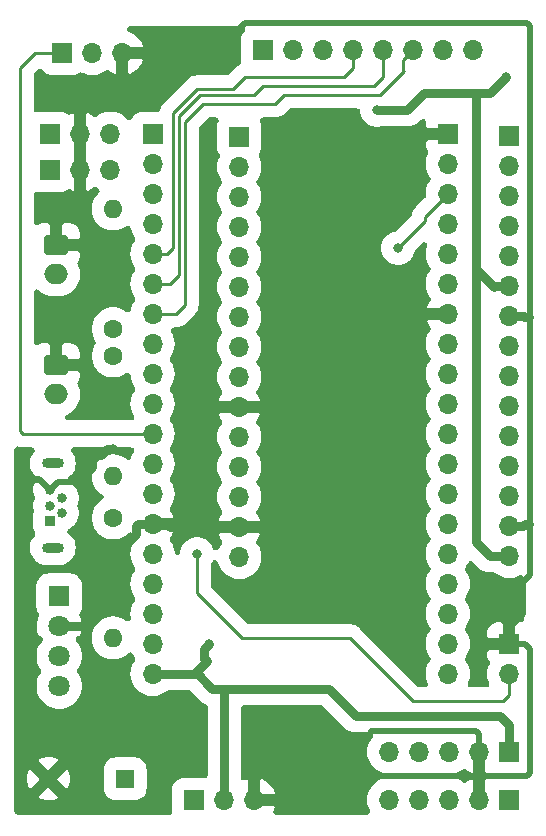
<source format=gbl>
G04 #@! TF.GenerationSoftware,KiCad,Pcbnew,8.0.8*
G04 #@! TF.CreationDate,2025-03-22T13:31:19+00:00*
G04 #@! TF.ProjectId,ESP32adapt_PCB03,45535033-3261-4646-9170-745f50434230,rev?*
G04 #@! TF.SameCoordinates,Original*
G04 #@! TF.FileFunction,Copper,L2,Bot*
G04 #@! TF.FilePolarity,Positive*
%FSLAX46Y46*%
G04 Gerber Fmt 4.6, Leading zero omitted, Abs format (unit mm)*
G04 Created by KiCad (PCBNEW 8.0.8) date 2025-03-22 13:31:19*
%MOMM*%
%LPD*%
G01*
G04 APERTURE LIST*
G04 Aperture macros list*
%AMRoundRect*
0 Rectangle with rounded corners*
0 $1 Rounding radius*
0 $2 $3 $4 $5 $6 $7 $8 $9 X,Y pos of 4 corners*
0 Add a 4 corners polygon primitive as box body*
4,1,4,$2,$3,$4,$5,$6,$7,$8,$9,$2,$3,0*
0 Add four circle primitives for the rounded corners*
1,1,$1+$1,$2,$3*
1,1,$1+$1,$4,$5*
1,1,$1+$1,$6,$7*
1,1,$1+$1,$8,$9*
0 Add four rect primitives between the rounded corners*
20,1,$1+$1,$2,$3,$4,$5,0*
20,1,$1+$1,$4,$5,$6,$7,0*
20,1,$1+$1,$6,$7,$8,$9,0*
20,1,$1+$1,$8,$9,$2,$3,0*%
G04 Aperture macros list end*
G04 #@! TA.AperFunction,ComponentPad*
%ADD10R,1.700000X1.700000*%
G04 #@! TD*
G04 #@! TA.AperFunction,ComponentPad*
%ADD11O,1.700000X1.700000*%
G04 #@! TD*
G04 #@! TA.AperFunction,ComponentPad*
%ADD12O,1.600000X1.600000*%
G04 #@! TD*
G04 #@! TA.AperFunction,ComponentPad*
%ADD13C,1.600000*%
G04 #@! TD*
G04 #@! TA.AperFunction,ComponentPad*
%ADD14RoundRect,0.250000X-0.750000X0.600000X-0.750000X-0.600000X0.750000X-0.600000X0.750000X0.600000X0*%
G04 #@! TD*
G04 #@! TA.AperFunction,ComponentPad*
%ADD15O,2.000000X1.700000*%
G04 #@! TD*
G04 #@! TA.AperFunction,ComponentPad*
%ADD16R,0.840000X0.840000*%
G04 #@! TD*
G04 #@! TA.AperFunction,ComponentPad*
%ADD17C,0.840000*%
G04 #@! TD*
G04 #@! TA.AperFunction,ComponentPad*
%ADD18O,1.850000X0.850000*%
G04 #@! TD*
G04 #@! TA.AperFunction,ComponentPad*
%ADD19R,1.600000X1.600000*%
G04 #@! TD*
G04 #@! TA.AperFunction,ComponentPad*
%ADD20R,1.800000X1.800000*%
G04 #@! TD*
G04 #@! TA.AperFunction,ComponentPad*
%ADD21C,1.800000*%
G04 #@! TD*
G04 #@! TA.AperFunction,ViaPad*
%ADD22C,0.800000*%
G04 #@! TD*
G04 #@! TA.AperFunction,Conductor*
%ADD23C,0.500000*%
G04 #@! TD*
G04 #@! TA.AperFunction,Conductor*
%ADD24C,0.750000*%
G04 #@! TD*
G04 #@! TA.AperFunction,Conductor*
%ADD25C,0.250000*%
G04 #@! TD*
G04 APERTURE END LIST*
D10*
X42196000Y-93472000D03*
D11*
X42196000Y-96012000D03*
X42196000Y-98552000D03*
X42196000Y-101092000D03*
X42196000Y-103632000D03*
X42196000Y-106172000D03*
X42196000Y-108712000D03*
X42196000Y-111252000D03*
X42196000Y-113792000D03*
X42196000Y-116332000D03*
X42196000Y-118872000D03*
X42196000Y-121412000D03*
X42196000Y-123952000D03*
X42196000Y-126492000D03*
X42196000Y-129032000D03*
X42196000Y-131572000D03*
X42196000Y-134112000D03*
X42196000Y-136652000D03*
X42196000Y-139192000D03*
X72390000Y-129192000D03*
X72390000Y-126652000D03*
X72390000Y-124112000D03*
X72390000Y-121572000D03*
X72390000Y-119032000D03*
X72390000Y-116492000D03*
X72390000Y-113952000D03*
X72390000Y-111412000D03*
X72390000Y-108872000D03*
X72390000Y-106332000D03*
X72390000Y-103792000D03*
X72390000Y-101252000D03*
X72390000Y-98712000D03*
X72390000Y-96172000D03*
D10*
X72390000Y-93632000D03*
D12*
X38862000Y-122428000D03*
D13*
X38862000Y-112268000D03*
X38862000Y-109982000D03*
D12*
X38862000Y-99822000D03*
D13*
X38862000Y-125984000D03*
D12*
X38862000Y-136144000D03*
D11*
X67196000Y-139192000D03*
X67196000Y-136652000D03*
X67196000Y-134112000D03*
X67196000Y-131572000D03*
X67196000Y-129032000D03*
X67196000Y-126492000D03*
X67196000Y-123952000D03*
X67196000Y-121412000D03*
X67196000Y-118872000D03*
X67196000Y-116332000D03*
X67196000Y-113792000D03*
X67196000Y-111252000D03*
X67196000Y-108712000D03*
X67196000Y-106172000D03*
X67196000Y-103632000D03*
X67196000Y-101092000D03*
X67196000Y-98552000D03*
X67196000Y-96012000D03*
D10*
X67196000Y-93472000D03*
X72390000Y-145796000D03*
D11*
X69850000Y-145796000D03*
X67310000Y-145796000D03*
X64770000Y-145796000D03*
X62230000Y-145796000D03*
D10*
X49530000Y-93724000D03*
D11*
X49530000Y-96264000D03*
X49530000Y-98804000D03*
X49530000Y-101344000D03*
X49530000Y-103884000D03*
X49530000Y-106424000D03*
X49530000Y-108964000D03*
X49530000Y-111504000D03*
X49530000Y-114044000D03*
X49530000Y-116584000D03*
X49530000Y-119124000D03*
X49530000Y-121664000D03*
X49530000Y-124204000D03*
X49530000Y-126744000D03*
X49530000Y-129284000D03*
D10*
X33528000Y-96520000D03*
D11*
X36068000Y-96520000D03*
X38608000Y-96520000D03*
X38608000Y-93472000D03*
X36068000Y-93472000D03*
D10*
X33528000Y-93472000D03*
D11*
X62230000Y-149860000D03*
X64770000Y-149860000D03*
X67310000Y-149860000D03*
X69850000Y-149860000D03*
D10*
X72390000Y-149860000D03*
D14*
X34036000Y-102870000D03*
D15*
X34036000Y-105370000D03*
D16*
X33528000Y-126238000D03*
D17*
X34528000Y-125588000D03*
X33528000Y-124938000D03*
X34528000Y-124288000D03*
X33528000Y-123638000D03*
D18*
X33748000Y-128513000D03*
X33748000Y-121363000D03*
D15*
X34036000Y-115530000D03*
D14*
X34036000Y-113030000D03*
D19*
X39878000Y-148082000D03*
D13*
X33378000Y-148082000D03*
D10*
X34544000Y-86614000D03*
D11*
X37084000Y-86614000D03*
X39624000Y-86614000D03*
D10*
X51562000Y-86360000D03*
D11*
X54102000Y-86360000D03*
X56642000Y-86360000D03*
X59182000Y-86360000D03*
X61722000Y-86360000D03*
X64262000Y-86360000D03*
X66802000Y-86360000D03*
X69342000Y-86360000D03*
D20*
X34290000Y-132600000D03*
D21*
X34290000Y-135140000D03*
X34290000Y-137680000D03*
X34290000Y-140220000D03*
D10*
X45720000Y-149860000D03*
D11*
X48260000Y-149860000D03*
X50800000Y-149860000D03*
D10*
X72390000Y-136652000D03*
D11*
X72390000Y-139192000D03*
D22*
X38862000Y-116840000D03*
X38862000Y-120142000D03*
X61214000Y-91440000D03*
X72136000Y-88646000D03*
X46990000Y-136652000D03*
X62992000Y-103124000D03*
X45974000Y-129032000D03*
D23*
X33528000Y-123638000D02*
X32572000Y-122682000D01*
X32572000Y-122682000D02*
X32004000Y-122682000D01*
X33528000Y-123638000D02*
X34230000Y-122936000D01*
X34230000Y-122936000D02*
X35814000Y-122936000D01*
D24*
X34036000Y-113030000D02*
X35136000Y-113030000D01*
X35136000Y-113030000D02*
X36322000Y-113030000D01*
X36322000Y-113030000D02*
X36830000Y-113538000D01*
X36830000Y-113538000D02*
X36830000Y-114046000D01*
X36830000Y-114046000D02*
X38862000Y-116078000D01*
X38862000Y-116078000D02*
X38862000Y-116840000D01*
X38296315Y-120142000D02*
X37788315Y-120650000D01*
X38862000Y-120142000D02*
X38296315Y-120142000D01*
X37788315Y-120650000D02*
X37084000Y-120650000D01*
X40993919Y-126492000D02*
X40806001Y-126679918D01*
X42196000Y-126492000D02*
X40993919Y-126492000D01*
X40806001Y-126679918D02*
X40806001Y-127341999D01*
X40806001Y-127341999D02*
X36830000Y-131318000D01*
X36830000Y-131318000D02*
X36830000Y-134874000D01*
X37084000Y-121666000D02*
X35814000Y-122936000D01*
X37084000Y-120650000D02*
X37084000Y-121666000D01*
X42196000Y-126492000D02*
X43398081Y-126492000D01*
X43650081Y-126744000D02*
X49530000Y-126744000D01*
X43398081Y-126492000D02*
X43650081Y-126744000D01*
D23*
X73533000Y-134159000D02*
X73533000Y-131445000D01*
X72390000Y-135302000D02*
X73533000Y-134159000D01*
X72390000Y-136652000D02*
X72390000Y-135302000D01*
X73533000Y-131445000D02*
X73914000Y-131064000D01*
X73914000Y-131064000D02*
X74168000Y-130810000D01*
X74168000Y-130810000D02*
X74168000Y-129286000D01*
X74168000Y-129286000D02*
X74168000Y-129032000D01*
X74168000Y-129032000D02*
X74168000Y-84328000D01*
X74168000Y-84328000D02*
X73914000Y-84074000D01*
X73914000Y-84074000D02*
X50038000Y-84074000D01*
X50038000Y-84074000D02*
X49276000Y-84836000D01*
X73740000Y-136652000D02*
X72390000Y-136652000D01*
X69596000Y-147828000D02*
X73914000Y-147828000D01*
X73914000Y-147828000D02*
X74168000Y-147574000D01*
X74168000Y-147574000D02*
X74168000Y-137080000D01*
X74168000Y-137080000D02*
X73740000Y-136652000D01*
X69850000Y-148082000D02*
X69596000Y-147828000D01*
X69850000Y-149860000D02*
X69850000Y-148082000D01*
X69596000Y-147828000D02*
X60198000Y-147828000D01*
X69850000Y-145796000D02*
X69850000Y-144272000D01*
X69850000Y-144272000D02*
X69596000Y-144018000D01*
X69596000Y-144018000D02*
X60706000Y-144018000D01*
D24*
X73686081Y-108966000D02*
X74075990Y-108966000D01*
X72390000Y-108872000D02*
X73592081Y-108872000D01*
X73592081Y-108872000D02*
X73686081Y-108966000D01*
X73752081Y-126492000D02*
X74075990Y-126492000D01*
X72390000Y-126652000D02*
X73592081Y-126652000D01*
X73592081Y-126652000D02*
X73752081Y-126492000D01*
X36564000Y-135140000D02*
X36830000Y-134874000D01*
X34290000Y-135140000D02*
X36564000Y-135140000D01*
X36068000Y-96520000D02*
X36068000Y-98298000D01*
X34036000Y-100330000D02*
X34036000Y-102870000D01*
X36068000Y-98298000D02*
X34036000Y-100330000D01*
X42672000Y-93472000D02*
X42196000Y-93472000D01*
X61214000Y-91440000D02*
X63754000Y-91440000D01*
X63754000Y-91440000D02*
X65151000Y-90043000D01*
X71187919Y-106332000D02*
X71093919Y-106426000D01*
X72390000Y-106332000D02*
X71187919Y-106332000D01*
X69596000Y-90170000D02*
X69723000Y-90043000D01*
X69596000Y-104928081D02*
X69596000Y-90170000D01*
X71093919Y-106426000D02*
X69596000Y-104928081D01*
X65151000Y-90043000D02*
X69723000Y-90043000D01*
X69723000Y-90043000D02*
X70485000Y-90043000D01*
X69596000Y-104928081D02*
X69596000Y-128016000D01*
X70772000Y-129192000D02*
X72390000Y-129192000D01*
X69596000Y-128016000D02*
X70772000Y-129192000D01*
X70739000Y-90043000D02*
X70485000Y-90043000D01*
X72136000Y-88646000D02*
X70739000Y-90043000D01*
X45720000Y-139192000D02*
X42196000Y-139192000D01*
X57404000Y-140716000D02*
X57150000Y-140462000D01*
X47244000Y-140462000D02*
X45847000Y-139065000D01*
X46800000Y-138112000D02*
X45847000Y-139065000D01*
X45847000Y-139065000D02*
X45720000Y-139192000D01*
X46590001Y-137902001D02*
X46800000Y-138112000D01*
X46590001Y-137051999D02*
X46590001Y-137902001D01*
X46990000Y-136652000D02*
X46590001Y-137051999D01*
X48260000Y-149860000D02*
X48260000Y-140462000D01*
X57150000Y-140462000D02*
X48260000Y-140462000D01*
X48260000Y-140462000D02*
X47244000Y-140462000D01*
X59436000Y-142748000D02*
X57150000Y-140462000D01*
X71628000Y-142748000D02*
X59436000Y-142748000D01*
X72390000Y-145796000D02*
X72390000Y-143510000D01*
X72390000Y-143510000D02*
X71628000Y-142748000D01*
D25*
X43398081Y-103632000D02*
X43434000Y-103596081D01*
X42196000Y-103632000D02*
X43398081Y-103632000D01*
X43434000Y-103596081D02*
X43469919Y-103596081D01*
X59182000Y-87884000D02*
X59182000Y-86360000D01*
X58420000Y-88646000D02*
X59182000Y-87884000D01*
X50038000Y-88646000D02*
X58420000Y-88646000D01*
X43434000Y-103632000D02*
X43942000Y-103124000D01*
X43398081Y-103632000D02*
X43434000Y-103632000D01*
X43942000Y-103124000D02*
X43942000Y-91694000D01*
X43942000Y-91694000D02*
X45974000Y-89662000D01*
X45974000Y-89662000D02*
X49022000Y-89662000D01*
X49022000Y-89662000D02*
X50038000Y-88646000D01*
X61722000Y-88646000D02*
X61722000Y-86360000D01*
X60960000Y-89408000D02*
X61722000Y-88646000D01*
X51562000Y-89408000D02*
X60960000Y-89408000D01*
X43688000Y-106172000D02*
X44450000Y-105410000D01*
X42196000Y-106172000D02*
X43688000Y-106172000D01*
X44450000Y-91948000D02*
X46228000Y-90170000D01*
X46228000Y-90170000D02*
X50800000Y-90170000D01*
X44450000Y-105410000D02*
X44450000Y-91948000D01*
X50800000Y-90170000D02*
X51562000Y-89408000D01*
X62992000Y-103124000D02*
X65278000Y-100838000D01*
X65278000Y-100470000D02*
X67196000Y-98552000D01*
X65278000Y-100838000D02*
X65278000Y-100470000D01*
X31242000Y-118872000D02*
X42196000Y-118872000D01*
X30988000Y-118618000D02*
X31242000Y-118872000D01*
X30988000Y-91186000D02*
X30988000Y-91440000D01*
X63412001Y-87209999D02*
X64262000Y-86360000D01*
X63500000Y-88138000D02*
X63412001Y-88050001D01*
X63412001Y-88050001D02*
X63412001Y-87209999D01*
X61468000Y-90170000D02*
X63500000Y-88138000D01*
X44196000Y-108712000D02*
X44958000Y-107950000D01*
X53340000Y-90170000D02*
X61468000Y-90170000D01*
X44958000Y-107950000D02*
X44958000Y-92456000D01*
X42196000Y-108712000D02*
X44196000Y-108712000D01*
X44958000Y-92456000D02*
X46482000Y-90932000D01*
X46482000Y-90932000D02*
X52578000Y-90932000D01*
X52578000Y-90932000D02*
X53340000Y-90170000D01*
X34544000Y-86614000D02*
X32258000Y-86614000D01*
X32258000Y-86614000D02*
X30988000Y-87884000D01*
X30988000Y-87884000D02*
X30988000Y-91694000D01*
X30988000Y-91440000D02*
X30988000Y-91694000D01*
X30988000Y-91694000D02*
X30988000Y-118618000D01*
X72390000Y-140970000D02*
X72390000Y-139192000D01*
X45974000Y-129032000D02*
X45974000Y-132334000D01*
X49784000Y-136144000D02*
X58928000Y-136144000D01*
X58928000Y-136144000D02*
X64262000Y-141478000D01*
X45974000Y-132334000D02*
X49784000Y-136144000D01*
X64262000Y-141478000D02*
X71882000Y-141478000D01*
X71882000Y-141478000D02*
X72390000Y-140970000D01*
G04 #@! TA.AperFunction,Conductor*
G36*
X34289329Y-134522715D02*
G01*
X34294646Y-134522144D01*
X34313639Y-134522144D01*
X34385199Y-134532433D01*
X34450962Y-134562466D01*
X34493244Y-134596539D01*
X34842958Y-134946253D01*
X34886283Y-135004129D01*
X34911548Y-135071866D01*
X34916706Y-135143978D01*
X34915183Y-135150976D01*
X34916706Y-135172263D01*
X34901338Y-135242907D01*
X34866690Y-135306360D01*
X34842958Y-135333748D01*
X34487100Y-135689605D01*
X34429224Y-135732931D01*
X34361486Y-135758195D01*
X34307495Y-135764000D01*
X34300790Y-135764000D01*
X34291557Y-135762672D01*
X34279210Y-135764000D01*
X34272505Y-135764000D01*
X34200945Y-135753711D01*
X34135182Y-135723678D01*
X34092900Y-135689605D01*
X33737043Y-135333748D01*
X33693718Y-135275872D01*
X33668453Y-135208135D01*
X33663295Y-135136023D01*
X33664817Y-135129024D01*
X33663295Y-135107738D01*
X33678663Y-135037094D01*
X33713311Y-134973641D01*
X33737043Y-134946253D01*
X34086756Y-134596539D01*
X34144631Y-134553214D01*
X34212369Y-134527949D01*
X34266361Y-134522144D01*
X34285354Y-134522144D01*
X34289329Y-134522715D01*
G37*
G04 #@! TD.AperFunction*
G04 #@! TA.AperFunction,Conductor*
G36*
X30832732Y-119940191D02*
G01*
X31018324Y-119996490D01*
X31198363Y-120014222D01*
X31198381Y-120014223D01*
X31241999Y-120018518D01*
X31285617Y-120014223D01*
X31310513Y-120013000D01*
X31954738Y-120013000D01*
X32026298Y-120023289D01*
X32092061Y-120053322D01*
X32146698Y-120100665D01*
X32185785Y-120161485D01*
X32206153Y-120230852D01*
X32206153Y-120303148D01*
X32185785Y-120372515D01*
X32151083Y-120428136D01*
X32044054Y-120558550D01*
X31910247Y-120808884D01*
X31827851Y-121080514D01*
X31800028Y-121363000D01*
X31827851Y-121645485D01*
X31910247Y-121917115D01*
X32044054Y-122167449D01*
X32224129Y-122386870D01*
X32462888Y-122582815D01*
X32462339Y-122583483D01*
X32488153Y-122602450D01*
X32531994Y-122659936D01*
X32557864Y-122727445D01*
X32563667Y-122799508D01*
X32548932Y-122870286D01*
X32514853Y-122934046D01*
X32464192Y-122985622D01*
X32401052Y-123020837D01*
X32330548Y-123036836D01*
X32305287Y-123037608D01*
X32224252Y-123036052D01*
X32164819Y-123164883D01*
X32098712Y-123439918D01*
X32087530Y-123722562D01*
X32131707Y-124001960D01*
X32205496Y-124202140D01*
X32220593Y-124272842D01*
X32215158Y-124344933D01*
X32201838Y-124387190D01*
X32147183Y-124519137D01*
X32092000Y-124796564D01*
X32092000Y-125079435D01*
X32150211Y-125372080D01*
X32154081Y-125444272D01*
X32144155Y-125495366D01*
X32106701Y-125618831D01*
X32085856Y-125830479D01*
X32085856Y-126645520D01*
X32106701Y-126857170D01*
X32164797Y-127048685D01*
X32250762Y-127209516D01*
X32275421Y-127277477D01*
X32279934Y-127349632D01*
X32263936Y-127420136D01*
X32228723Y-127483276D01*
X32223098Y-127490386D01*
X32044054Y-127708550D01*
X31910247Y-127958884D01*
X31827851Y-128230514D01*
X31800028Y-128513000D01*
X31827851Y-128795485D01*
X31910247Y-129067115D01*
X32044054Y-129317449D01*
X32224129Y-129536870D01*
X32443550Y-129716945D01*
X32693884Y-129850752D01*
X32965514Y-129933148D01*
X33177215Y-129954000D01*
X34318785Y-129954000D01*
X34530485Y-129933148D01*
X34802115Y-129850752D01*
X35052449Y-129716945D01*
X35271870Y-129536870D01*
X35451945Y-129317449D01*
X35585752Y-129067115D01*
X35668148Y-128795485D01*
X35695971Y-128513000D01*
X35668148Y-128230514D01*
X35585752Y-127958884D01*
X35451945Y-127708550D01*
X35271867Y-127489126D01*
X35069094Y-127322713D01*
X35020304Y-127269363D01*
X34988522Y-127204427D01*
X34976321Y-127133168D01*
X34984691Y-127061359D01*
X35012952Y-126994815D01*
X35058816Y-126938930D01*
X35118567Y-126898230D01*
X35133028Y-126891704D01*
X35208199Y-126860566D01*
X35443397Y-126703413D01*
X35643413Y-126503397D01*
X35800566Y-126268199D01*
X35908815Y-126006864D01*
X35964000Y-125729435D01*
X35964000Y-125446564D01*
X35908815Y-125169133D01*
X35853339Y-125035201D01*
X35835459Y-124965151D01*
X35838040Y-124892901D01*
X35853339Y-124840799D01*
X35908815Y-124706866D01*
X35964000Y-124429435D01*
X35964000Y-124146564D01*
X35908815Y-123869135D01*
X35800566Y-123607800D01*
X35643413Y-123372602D01*
X35443397Y-123172586D01*
X35208199Y-123015433D01*
X35133028Y-122984296D01*
X35070853Y-122947406D01*
X35021589Y-122894493D01*
X34989228Y-122829844D01*
X34976392Y-122758697D01*
X34984120Y-122686815D01*
X35011786Y-122620022D01*
X35057150Y-122563730D01*
X35069094Y-122553287D01*
X35271867Y-122386873D01*
X35451945Y-122167449D01*
X35585752Y-121917115D01*
X35668148Y-121645485D01*
X35695971Y-121363000D01*
X35668148Y-121080514D01*
X35585752Y-120808884D01*
X35451945Y-120558550D01*
X35344917Y-120428136D01*
X35307473Y-120366292D01*
X35288970Y-120296404D01*
X35290905Y-120224134D01*
X35313123Y-120155337D01*
X35353824Y-120095586D01*
X35409709Y-120049722D01*
X35476252Y-120021460D01*
X35541262Y-120013000D01*
X40404174Y-120013000D01*
X40475734Y-120023289D01*
X40541497Y-120053322D01*
X40596134Y-120100665D01*
X40635221Y-120161485D01*
X40655589Y-120230852D01*
X40655589Y-120303148D01*
X40635221Y-120372515D01*
X40628182Y-120386735D01*
X40463700Y-120694457D01*
X40404330Y-120890173D01*
X40373711Y-120955665D01*
X40325881Y-121009878D01*
X40264715Y-121048419D01*
X40195169Y-121068167D01*
X40122876Y-121067522D01*
X40053693Y-121046535D01*
X40000131Y-121012785D01*
X39875795Y-120910745D01*
X39560316Y-120742118D01*
X39217996Y-120638276D01*
X38951205Y-120612000D01*
X38772795Y-120612000D01*
X38506003Y-120638276D01*
X38163683Y-120742118D01*
X37848201Y-120910747D01*
X37571680Y-121137680D01*
X37344747Y-121414201D01*
X37176118Y-121729683D01*
X37072276Y-122072003D01*
X37037214Y-122428000D01*
X37072276Y-122783996D01*
X37176118Y-123126316D01*
X37344747Y-123441798D01*
X37571680Y-123718319D01*
X37848203Y-123945253D01*
X37916859Y-123981951D01*
X37975120Y-124024758D01*
X38018960Y-124082244D01*
X38044828Y-124149754D01*
X38050630Y-124221817D01*
X38035893Y-124292595D01*
X38001813Y-124356354D01*
X37951151Y-124407929D01*
X37938240Y-124417152D01*
X37704367Y-124573420D01*
X37451420Y-124826367D01*
X37252681Y-125123801D01*
X37115787Y-125454293D01*
X37046000Y-125805137D01*
X37046000Y-126162862D01*
X37115787Y-126513706D01*
X37252681Y-126844198D01*
X37451420Y-127141632D01*
X37704367Y-127394579D01*
X38001801Y-127593318D01*
X38332293Y-127730212D01*
X38683138Y-127800000D01*
X39040862Y-127800000D01*
X39391706Y-127730212D01*
X39722198Y-127593318D01*
X40019632Y-127394579D01*
X40135802Y-127278410D01*
X40193678Y-127235085D01*
X40261415Y-127209820D01*
X40333527Y-127204662D01*
X40404171Y-127220030D01*
X40467624Y-127254678D01*
X40518744Y-127305798D01*
X40548350Y-127356756D01*
X40566905Y-127399442D01*
X40711776Y-127608321D01*
X40744104Y-127672986D01*
X40756905Y-127744139D01*
X40749140Y-127816017D01*
X40721440Y-127882796D01*
X40699407Y-127914213D01*
X40636970Y-127990291D01*
X40463699Y-128314458D01*
X40356999Y-128666199D01*
X40320972Y-129032000D01*
X40356999Y-129397800D01*
X40463699Y-129749541D01*
X40636970Y-130073708D01*
X40692084Y-130140864D01*
X40729528Y-130202708D01*
X40748031Y-130272596D01*
X40746096Y-130344866D01*
X40723878Y-130413663D01*
X40692084Y-130463136D01*
X40636970Y-130530291D01*
X40463699Y-130854458D01*
X40356999Y-131206199D01*
X40320972Y-131572000D01*
X40356999Y-131937800D01*
X40463699Y-132289541D01*
X40636970Y-132613708D01*
X40692084Y-132680864D01*
X40729528Y-132742708D01*
X40748031Y-132812596D01*
X40746096Y-132884866D01*
X40723878Y-132953663D01*
X40692084Y-133003136D01*
X40636970Y-133070291D01*
X40463699Y-133394458D01*
X40356999Y-133746199D01*
X40320972Y-134111999D01*
X40355171Y-134459228D01*
X40351946Y-134531452D01*
X40328503Y-134599841D01*
X40286743Y-134658856D01*
X40230048Y-134703716D01*
X40163011Y-134730785D01*
X40091063Y-134737871D01*
X40020033Y-134724400D01*
X39955676Y-134691464D01*
X39941259Y-134680469D01*
X39875798Y-134626747D01*
X39560316Y-134458118D01*
X39217996Y-134354276D01*
X38951205Y-134328000D01*
X38772795Y-134328000D01*
X38506003Y-134354276D01*
X38163683Y-134458118D01*
X37848201Y-134626747D01*
X37571680Y-134853680D01*
X37344747Y-135130201D01*
X37176118Y-135445683D01*
X37072276Y-135788003D01*
X37037214Y-136144000D01*
X37072276Y-136499996D01*
X37176118Y-136842316D01*
X37344747Y-137157798D01*
X37571680Y-137434319D01*
X37848201Y-137661252D01*
X38163683Y-137829881D01*
X38506003Y-137933723D01*
X38772795Y-137960000D01*
X38951205Y-137960000D01*
X39217996Y-137933723D01*
X39560316Y-137829881D01*
X39875798Y-137661252D01*
X40153578Y-137433286D01*
X40215422Y-137395842D01*
X40285309Y-137377339D01*
X40357579Y-137379274D01*
X40426377Y-137401492D01*
X40486128Y-137442193D01*
X40531992Y-137498079D01*
X40538721Y-137509896D01*
X40636970Y-137693708D01*
X40692084Y-137760864D01*
X40729528Y-137822708D01*
X40748031Y-137892596D01*
X40746096Y-137964866D01*
X40723878Y-138033663D01*
X40692084Y-138083136D01*
X40636970Y-138150291D01*
X40463699Y-138474458D01*
X40356999Y-138826199D01*
X40320972Y-139192000D01*
X40356999Y-139557800D01*
X40463699Y-139909541D01*
X40636970Y-140233708D01*
X40870155Y-140517844D01*
X41154291Y-140751029D01*
X41478458Y-140924300D01*
X41830199Y-141031000D01*
X42104337Y-141058000D01*
X42287663Y-141058000D01*
X42561800Y-141031000D01*
X42913541Y-140924300D01*
X43237708Y-140751029D01*
X43372200Y-140640655D01*
X43434044Y-140603211D01*
X43503932Y-140584708D01*
X43533336Y-140583000D01*
X45292619Y-140583000D01*
X45364179Y-140593289D01*
X45429942Y-140623322D01*
X45472224Y-140657395D01*
X46203273Y-141388445D01*
X46220013Y-141406914D01*
X46255657Y-141450347D01*
X46467460Y-141624168D01*
X46731175Y-141765127D01*
X46730376Y-141766620D01*
X46754213Y-141777763D01*
X46808429Y-141825589D01*
X46846974Y-141886753D01*
X46866726Y-141956298D01*
X46869001Y-141990215D01*
X46869000Y-147738288D01*
X46858711Y-147809848D01*
X46828678Y-147875611D01*
X46781335Y-147930248D01*
X46720515Y-147969335D01*
X46651148Y-147989703D01*
X46590104Y-147991065D01*
X46557522Y-147987856D01*
X44882480Y-147987856D01*
X44670829Y-148008701D01*
X44479310Y-148066798D01*
X44302809Y-148161140D01*
X44148103Y-148288103D01*
X44021140Y-148442809D01*
X43926798Y-148619310D01*
X43868701Y-148810829D01*
X43847856Y-149022479D01*
X43847856Y-150697521D01*
X43860520Y-150826104D01*
X43857295Y-150898328D01*
X43833852Y-150966718D01*
X43792092Y-151025733D01*
X43735396Y-151070592D01*
X43668359Y-151097661D01*
X43607743Y-151105000D01*
X30759000Y-151105000D01*
X30687440Y-151094711D01*
X30621677Y-151064678D01*
X30567040Y-151017335D01*
X30527953Y-150956515D01*
X30507585Y-150887148D01*
X30505000Y-150851000D01*
X30505000Y-149588021D01*
X32590398Y-149588021D01*
X32605990Y-149726706D01*
X32822115Y-149820057D01*
X33171878Y-149895108D01*
X33529553Y-149900483D01*
X33881414Y-149835972D01*
X34149690Y-149729542D01*
X34165601Y-149588021D01*
X33378000Y-148800420D01*
X32590398Y-149588021D01*
X30505000Y-149588021D01*
X30505000Y-148233553D01*
X31559516Y-148233553D01*
X31624027Y-148585414D01*
X31730457Y-148853690D01*
X31871978Y-148869601D01*
X32659580Y-148082000D01*
X34096420Y-148082000D01*
X34884021Y-148869601D01*
X35022706Y-148854009D01*
X35116057Y-148637884D01*
X35191108Y-148288121D01*
X35196483Y-147930446D01*
X35131972Y-147578584D01*
X35051471Y-147375666D01*
X35025542Y-147310309D01*
X34884741Y-147294479D01*
X38055856Y-147294479D01*
X38055856Y-148869520D01*
X38076701Y-149081170D01*
X38134798Y-149272689D01*
X38229140Y-149449190D01*
X38356103Y-149603896D01*
X38510809Y-149730859D01*
X38687310Y-149825201D01*
X38878829Y-149883298D01*
X39090480Y-149904144D01*
X40665520Y-149904144D01*
X40877170Y-149883298D01*
X41068689Y-149825201D01*
X41245190Y-149730859D01*
X41399896Y-149603896D01*
X41526859Y-149449190D01*
X41621201Y-149272689D01*
X41679298Y-149081170D01*
X41700144Y-148869520D01*
X41700144Y-147294479D01*
X41679298Y-147082829D01*
X41621201Y-146891310D01*
X41526859Y-146714809D01*
X41399896Y-146560103D01*
X41245190Y-146433140D01*
X41068689Y-146338798D01*
X40877170Y-146280701D01*
X40665520Y-146259856D01*
X39090480Y-146259856D01*
X38878829Y-146280701D01*
X38687310Y-146338798D01*
X38510809Y-146433140D01*
X38356103Y-146560103D01*
X38229140Y-146714809D01*
X38134798Y-146891310D01*
X38076701Y-147082829D01*
X38055856Y-147294479D01*
X34884741Y-147294479D01*
X34884021Y-147294398D01*
X34096420Y-148082000D01*
X32659580Y-148082000D01*
X31871978Y-147294398D01*
X31733293Y-147309990D01*
X31639942Y-147526115D01*
X31564891Y-147875878D01*
X31559516Y-148233553D01*
X30505000Y-148233553D01*
X30505000Y-146575978D01*
X32590398Y-146575978D01*
X33378000Y-147363580D01*
X34165601Y-146575978D01*
X34150009Y-146437293D01*
X33933884Y-146343942D01*
X33584121Y-146268891D01*
X33226446Y-146263516D01*
X32874585Y-146328027D01*
X32606309Y-146434457D01*
X32590398Y-146575978D01*
X30505000Y-146575978D01*
X30505000Y-131712479D01*
X32367856Y-131712479D01*
X32367856Y-133487520D01*
X32388701Y-133699170D01*
X32446797Y-133890686D01*
X32552864Y-134089123D01*
X32577523Y-134157084D01*
X32582037Y-134229239D01*
X32566039Y-134299742D01*
X32561460Y-134310894D01*
X32459589Y-134543120D01*
X32378314Y-134911686D01*
X32370504Y-135289029D01*
X32436460Y-135660636D01*
X32559002Y-135974707D01*
X32691449Y-135993137D01*
X32760908Y-136013190D01*
X32821904Y-136051999D01*
X32869495Y-136106421D01*
X32899827Y-136172047D01*
X32910440Y-136243559D01*
X32900477Y-136315165D01*
X32870743Y-136381064D01*
X32836048Y-136424318D01*
X32801745Y-136458620D01*
X32592062Y-136772433D01*
X32447630Y-137121124D01*
X32374000Y-137491288D01*
X32374000Y-137868711D01*
X32447630Y-138238875D01*
X32592062Y-138587566D01*
X32739943Y-138808885D01*
X32771145Y-138874101D01*
X32782710Y-138945466D01*
X32773700Y-139017198D01*
X32744846Y-139083487D01*
X32739943Y-139091115D01*
X32592062Y-139312433D01*
X32447630Y-139661124D01*
X32374000Y-140031288D01*
X32374000Y-140408711D01*
X32447630Y-140778875D01*
X32592062Y-141127566D01*
X32801745Y-141441379D01*
X33068620Y-141708254D01*
X33382433Y-141917937D01*
X33731124Y-142062369D01*
X34101289Y-142136000D01*
X34478711Y-142136000D01*
X34848875Y-142062369D01*
X35197566Y-141917937D01*
X35511379Y-141708254D01*
X35778254Y-141441379D01*
X35987937Y-141127566D01*
X36132369Y-140778875D01*
X36206000Y-140408711D01*
X36206000Y-140031288D01*
X36132369Y-139661124D01*
X35987937Y-139312433D01*
X35840057Y-139091115D01*
X35808855Y-139025899D01*
X35797290Y-138954534D01*
X35806300Y-138882802D01*
X35835154Y-138816513D01*
X35840057Y-138808885D01*
X35987937Y-138587566D01*
X36132369Y-138238875D01*
X36206000Y-137868711D01*
X36206000Y-137491288D01*
X36132369Y-137121124D01*
X35987937Y-136772433D01*
X35778254Y-136458620D01*
X35743952Y-136424318D01*
X35700627Y-136366442D01*
X35675362Y-136298705D01*
X35670204Y-136226593D01*
X35685572Y-136155949D01*
X35720220Y-136092496D01*
X35771340Y-136041376D01*
X35834793Y-136006728D01*
X35888551Y-135993137D01*
X36015763Y-135975436D01*
X36120410Y-135736879D01*
X36201685Y-135368313D01*
X36209495Y-134990970D01*
X36143539Y-134619363D01*
X36017337Y-134295910D01*
X36000911Y-134225505D01*
X36004985Y-134153324D01*
X36029231Y-134085215D01*
X36029955Y-134083851D01*
X36133201Y-133890689D01*
X36191298Y-133699170D01*
X36212144Y-133487520D01*
X36212144Y-131712479D01*
X36191298Y-131500829D01*
X36133201Y-131309310D01*
X36038859Y-131132809D01*
X35911896Y-130978103D01*
X35757190Y-130851140D01*
X35580689Y-130756798D01*
X35389170Y-130698701D01*
X35177520Y-130677856D01*
X33402480Y-130677856D01*
X33190829Y-130698701D01*
X32999310Y-130756798D01*
X32822809Y-130851140D01*
X32668103Y-130978103D01*
X32541140Y-131132809D01*
X32446798Y-131309310D01*
X32388701Y-131500829D01*
X32367856Y-131712479D01*
X30505000Y-131712479D01*
X30505000Y-120183254D01*
X30515289Y-120111694D01*
X30545322Y-120045931D01*
X30592665Y-119991294D01*
X30653485Y-119952207D01*
X30722852Y-119931839D01*
X30795148Y-119931839D01*
X30832732Y-119940191D01*
G37*
G04 #@! TD.AperFunction*
G04 #@! TA.AperFunction,Conductor*
G36*
X56540179Y-141863289D02*
G01*
X56605942Y-141893322D01*
X56648224Y-141927395D01*
X58395273Y-143674445D01*
X58412013Y-143692914D01*
X58447657Y-143736347D01*
X58659460Y-143910168D01*
X58901112Y-144039334D01*
X59163316Y-144118873D01*
X59380085Y-144140222D01*
X59380089Y-144140223D01*
X59435999Y-144145729D01*
X59491909Y-144140223D01*
X59516806Y-144139000D01*
X60638889Y-144139000D01*
X60710449Y-144149289D01*
X60776212Y-144179322D01*
X60830849Y-144226665D01*
X60869936Y-144287485D01*
X60890304Y-144356852D01*
X60890304Y-144429148D01*
X60869936Y-144498515D01*
X60835234Y-144554136D01*
X60670970Y-144754291D01*
X60497699Y-145078458D01*
X60390999Y-145430199D01*
X60354972Y-145796000D01*
X60390999Y-146161800D01*
X60497699Y-146513541D01*
X60670970Y-146837708D01*
X60904155Y-147121844D01*
X61188291Y-147355029D01*
X61512457Y-147528299D01*
X61699165Y-147584937D01*
X61764657Y-147615556D01*
X61818869Y-147663385D01*
X61857411Y-147724551D01*
X61877159Y-147794098D01*
X61876514Y-147866391D01*
X61855528Y-147935574D01*
X61815900Y-147996041D01*
X61760842Y-148042896D01*
X61699165Y-148071063D01*
X61512457Y-148127700D01*
X61188291Y-148300970D01*
X60904155Y-148534155D01*
X60670970Y-148818291D01*
X60497699Y-149142458D01*
X60390999Y-149494199D01*
X60354972Y-149860000D01*
X60390999Y-150225800D01*
X60497699Y-150577541D01*
X60579867Y-150731265D01*
X60604526Y-150799225D01*
X60609040Y-150871380D01*
X60593043Y-150941884D01*
X60557830Y-151005025D01*
X60506255Y-151055688D01*
X60442496Y-151089768D01*
X60371718Y-151104504D01*
X60355859Y-151105000D01*
X52671153Y-151105000D01*
X52599593Y-151094711D01*
X52533830Y-151064678D01*
X52479193Y-151017335D01*
X52440106Y-150956515D01*
X52419738Y-150887148D01*
X52419738Y-150814852D01*
X52440106Y-150745485D01*
X52457545Y-150713567D01*
X52459589Y-150710389D01*
X52549893Y-150481210D01*
X52462466Y-150368000D01*
X51149458Y-150368000D01*
X51090148Y-150385415D01*
X51054000Y-150388000D01*
X50546000Y-150388000D01*
X50474440Y-150377711D01*
X50408677Y-150347678D01*
X50354040Y-150300335D01*
X50350167Y-150294309D01*
X50334040Y-150280335D01*
X50294953Y-150219515D01*
X50274585Y-150150148D01*
X50272000Y-150114000D01*
X50272000Y-149606000D01*
X50282289Y-149534440D01*
X50292000Y-149513175D01*
X50292000Y-148199438D01*
X51308000Y-148199438D01*
X51308000Y-149352000D01*
X52462466Y-149352000D01*
X52549893Y-149238789D01*
X52459588Y-149009607D01*
X52261793Y-148702175D01*
X52007828Y-148439243D01*
X51707440Y-148230905D01*
X51424982Y-148108124D01*
X51308000Y-148199438D01*
X50292000Y-148199438D01*
X50175017Y-148108124D01*
X50006257Y-148181482D01*
X49936527Y-148200574D01*
X49864244Y-148199247D01*
X49795262Y-148177609D01*
X49735170Y-148137413D01*
X49688837Y-148081916D01*
X49660016Y-148015613D01*
X49651000Y-147948538D01*
X49651000Y-142107000D01*
X49661289Y-142035440D01*
X49691322Y-141969677D01*
X49738665Y-141915040D01*
X49799485Y-141875953D01*
X49868852Y-141855585D01*
X49905000Y-141853000D01*
X56468619Y-141853000D01*
X56540179Y-141863289D01*
G37*
G04 #@! TD.AperFunction*
G04 #@! TA.AperFunction,Conductor*
G36*
X70175560Y-145278289D02*
G01*
X70241323Y-145308322D01*
X70295960Y-145355665D01*
X70299832Y-145361690D01*
X70315960Y-145375665D01*
X70355047Y-145436485D01*
X70375415Y-145505852D01*
X70378000Y-145542000D01*
X70378000Y-146050000D01*
X70367711Y-146121560D01*
X70358000Y-146142824D01*
X70358000Y-147456561D01*
X70577343Y-147627777D01*
X70627421Y-147679920D01*
X70660781Y-147744059D01*
X70674719Y-147814999D01*
X70668107Y-147886992D01*
X70641479Y-147954205D01*
X70596994Y-148011195D01*
X70577343Y-148028223D01*
X70358000Y-148199438D01*
X70358000Y-149510541D01*
X70375415Y-149569852D01*
X70378000Y-149606000D01*
X70378000Y-150114000D01*
X70367711Y-150185560D01*
X70337678Y-150251323D01*
X70290335Y-150305960D01*
X70284309Y-150309832D01*
X70270335Y-150325960D01*
X70209515Y-150365047D01*
X70140148Y-150385415D01*
X70104000Y-150388000D01*
X69596000Y-150388000D01*
X69524440Y-150377711D01*
X69458677Y-150347678D01*
X69404040Y-150300335D01*
X69400167Y-150294309D01*
X69384040Y-150280335D01*
X69344953Y-150219515D01*
X69324585Y-150150148D01*
X69322000Y-150114000D01*
X69322000Y-149606000D01*
X69332289Y-149534440D01*
X69342000Y-149513175D01*
X69342000Y-148199438D01*
X69225018Y-148108124D01*
X68942556Y-148230906D01*
X68733679Y-148375776D01*
X68669014Y-148408104D01*
X68597861Y-148420905D01*
X68525983Y-148413140D01*
X68459204Y-148385440D01*
X68427787Y-148363407D01*
X68351708Y-148300970D01*
X68027542Y-148127700D01*
X67840835Y-148071063D01*
X67775343Y-148040444D01*
X67721131Y-147992615D01*
X67682589Y-147931449D01*
X67662841Y-147861902D01*
X67663486Y-147789609D01*
X67684472Y-147720426D01*
X67724100Y-147659959D01*
X67779158Y-147613104D01*
X67840835Y-147584937D01*
X68027542Y-147528299D01*
X68351708Y-147355029D01*
X68427787Y-147292593D01*
X68489631Y-147255150D01*
X68559519Y-147236646D01*
X68631789Y-147238581D01*
X68700586Y-147260799D01*
X68733679Y-147280224D01*
X68942556Y-147425093D01*
X69225018Y-147547875D01*
X69342000Y-147456561D01*
X69342000Y-146145458D01*
X69324585Y-146086148D01*
X69322000Y-146050000D01*
X69322000Y-145542000D01*
X69332289Y-145470440D01*
X69362322Y-145404677D01*
X69409665Y-145350040D01*
X69415690Y-145346167D01*
X69429665Y-145330040D01*
X69490485Y-145290953D01*
X69559852Y-145270585D01*
X69596000Y-145268000D01*
X70104000Y-145268000D01*
X70175560Y-145278289D01*
G37*
G04 #@! TD.AperFunction*
G04 #@! TA.AperFunction,Conductor*
G36*
X59615560Y-91321289D02*
G01*
X59681323Y-91351322D01*
X59735960Y-91398665D01*
X59775047Y-91459485D01*
X59795415Y-91528852D01*
X59798000Y-91565000D01*
X59798000Y-91579465D01*
X59852416Y-91853031D01*
X59959157Y-92110726D01*
X60114121Y-92342647D01*
X60311352Y-92539878D01*
X60543273Y-92694842D01*
X60800968Y-92801583D01*
X61074535Y-92856000D01*
X61353465Y-92856000D01*
X61454609Y-92835881D01*
X61504163Y-92831000D01*
X63673193Y-92831000D01*
X63698090Y-92832223D01*
X63754000Y-92837729D01*
X63809910Y-92832223D01*
X63809915Y-92832222D01*
X64026683Y-92810873D01*
X64288887Y-92731334D01*
X64530539Y-92602168D01*
X64742344Y-92428345D01*
X64777991Y-92384910D01*
X64794731Y-92366440D01*
X64908984Y-92252187D01*
X64966860Y-92208862D01*
X65034597Y-92183597D01*
X65106709Y-92178439D01*
X65177353Y-92193807D01*
X65240806Y-92228455D01*
X65291926Y-92279575D01*
X65326574Y-92343028D01*
X65341942Y-92413672D01*
X65341366Y-92456689D01*
X65324130Y-92631684D01*
X65327689Y-92792979D01*
X65498710Y-92964000D01*
X66846542Y-92964000D01*
X66905852Y-92946585D01*
X66942000Y-92944000D01*
X67450000Y-92944000D01*
X67521560Y-92954289D01*
X67587323Y-92984322D01*
X67641960Y-93031665D01*
X67645832Y-93037690D01*
X67661960Y-93051665D01*
X67701047Y-93112485D01*
X67721415Y-93181852D01*
X67724000Y-93218000D01*
X67724000Y-93726000D01*
X67713711Y-93797560D01*
X67683678Y-93863323D01*
X67636335Y-93917960D01*
X67630309Y-93921832D01*
X67616335Y-93937960D01*
X67555515Y-93977047D01*
X67486148Y-93997415D01*
X67450000Y-94000000D01*
X66942000Y-94000000D01*
X66870440Y-93989711D01*
X66849176Y-93980000D01*
X65498710Y-93980000D01*
X65327689Y-94151020D01*
X65324130Y-94312315D01*
X65344700Y-94521171D01*
X65402796Y-94712687D01*
X65497140Y-94889192D01*
X65500403Y-94893168D01*
X65537847Y-94955012D01*
X65556350Y-95024900D01*
X65554415Y-95097170D01*
X65532197Y-95165967D01*
X65528066Y-95174038D01*
X65463699Y-95294458D01*
X65356999Y-95646199D01*
X65320972Y-96012000D01*
X65356999Y-96377800D01*
X65463699Y-96729541D01*
X65636970Y-97053708D01*
X65692084Y-97120864D01*
X65729528Y-97182708D01*
X65748031Y-97252596D01*
X65746096Y-97324866D01*
X65723878Y-97393663D01*
X65692084Y-97443136D01*
X65636970Y-97510291D01*
X65463699Y-97834458D01*
X65356999Y-98186199D01*
X65320972Y-98552000D01*
X65332635Y-98670418D01*
X65329410Y-98742642D01*
X65305967Y-98811032D01*
X65264207Y-98870047D01*
X65259463Y-98874919D01*
X64519644Y-99614739D01*
X64501175Y-99631478D01*
X64467291Y-99659285D01*
X64324701Y-99833030D01*
X64218755Y-100031242D01*
X64153509Y-100246326D01*
X64151215Y-100269628D01*
X64133963Y-100339836D01*
X64097629Y-100402338D01*
X64078043Y-100424340D01*
X62834425Y-101667957D01*
X62776549Y-101711283D01*
X62708811Y-101736547D01*
X62704374Y-101737471D01*
X62578968Y-101762416D01*
X62321273Y-101869157D01*
X62089352Y-102024121D01*
X61892121Y-102221352D01*
X61737157Y-102453273D01*
X61630416Y-102710968D01*
X61576000Y-102984534D01*
X61576000Y-103263465D01*
X61630416Y-103537031D01*
X61737157Y-103794726D01*
X61892121Y-104026647D01*
X62089352Y-104223878D01*
X62321273Y-104378842D01*
X62578968Y-104485583D01*
X62852535Y-104540000D01*
X63131465Y-104540000D01*
X63405031Y-104485583D01*
X63662726Y-104378842D01*
X63894647Y-104223878D01*
X64091878Y-104026647D01*
X64246842Y-103794726D01*
X64353583Y-103537031D01*
X64378529Y-103411626D01*
X64402581Y-103343448D01*
X64444867Y-103284808D01*
X64448043Y-103281575D01*
X65029073Y-102700545D01*
X65086949Y-102657220D01*
X65154686Y-102631955D01*
X65226798Y-102626797D01*
X65297442Y-102642165D01*
X65360895Y-102676813D01*
X65412015Y-102727933D01*
X65446663Y-102791386D01*
X65462031Y-102862030D01*
X65456873Y-102934142D01*
X65451741Y-102953883D01*
X65356999Y-103266201D01*
X65320972Y-103632000D01*
X65356999Y-103997800D01*
X65463699Y-104349541D01*
X65636970Y-104673708D01*
X65692084Y-104740864D01*
X65729528Y-104802708D01*
X65748031Y-104872596D01*
X65746096Y-104944866D01*
X65723878Y-105013663D01*
X65692084Y-105063136D01*
X65636970Y-105130291D01*
X65463699Y-105454458D01*
X65356999Y-105806199D01*
X65320972Y-106172000D01*
X65356999Y-106537800D01*
X65463699Y-106889541D01*
X65636970Y-107213708D01*
X65699407Y-107289787D01*
X65736850Y-107351631D01*
X65755354Y-107421519D01*
X65753419Y-107493789D01*
X65731201Y-107562586D01*
X65711776Y-107595679D01*
X65566906Y-107804556D01*
X65444124Y-108087017D01*
X65535439Y-108204000D01*
X66846542Y-108204000D01*
X66905852Y-108186585D01*
X66942000Y-108184000D01*
X67450000Y-108184000D01*
X67521560Y-108194289D01*
X67587323Y-108224322D01*
X67641960Y-108271665D01*
X67645832Y-108277690D01*
X67661960Y-108291665D01*
X67701047Y-108352485D01*
X67721415Y-108421852D01*
X67724000Y-108458000D01*
X67724000Y-108966000D01*
X67713711Y-109037560D01*
X67683678Y-109103323D01*
X67636335Y-109157960D01*
X67630309Y-109161832D01*
X67616335Y-109177960D01*
X67555515Y-109217047D01*
X67486148Y-109237415D01*
X67450000Y-109240000D01*
X66942000Y-109240000D01*
X66870440Y-109229711D01*
X66849176Y-109220000D01*
X65535439Y-109220000D01*
X65444124Y-109336982D01*
X65566906Y-109619443D01*
X65711776Y-109828321D01*
X65744104Y-109892986D01*
X65756905Y-109964139D01*
X65749140Y-110036017D01*
X65721440Y-110102796D01*
X65699407Y-110134213D01*
X65636970Y-110210291D01*
X65463699Y-110534458D01*
X65356999Y-110886199D01*
X65320972Y-111252000D01*
X65356999Y-111617800D01*
X65463699Y-111969541D01*
X65636970Y-112293708D01*
X65692084Y-112360864D01*
X65729528Y-112422708D01*
X65748031Y-112492596D01*
X65746096Y-112564866D01*
X65723878Y-112633663D01*
X65692084Y-112683136D01*
X65636970Y-112750291D01*
X65463699Y-113074458D01*
X65356999Y-113426199D01*
X65320972Y-113792000D01*
X65356999Y-114157800D01*
X65463699Y-114509541D01*
X65636970Y-114833708D01*
X65692084Y-114900864D01*
X65729528Y-114962708D01*
X65748031Y-115032596D01*
X65746096Y-115104866D01*
X65723878Y-115173663D01*
X65692084Y-115223136D01*
X65636970Y-115290291D01*
X65463699Y-115614458D01*
X65356999Y-115966199D01*
X65320972Y-116332000D01*
X65356999Y-116697800D01*
X65463699Y-117049541D01*
X65636970Y-117373708D01*
X65692084Y-117440864D01*
X65729528Y-117502708D01*
X65748031Y-117572596D01*
X65746096Y-117644866D01*
X65723878Y-117713663D01*
X65692084Y-117763136D01*
X65636970Y-117830291D01*
X65463699Y-118154458D01*
X65356999Y-118506199D01*
X65320972Y-118872000D01*
X65356999Y-119237800D01*
X65463699Y-119589541D01*
X65636970Y-119913708D01*
X65692084Y-119980864D01*
X65729528Y-120042708D01*
X65748031Y-120112596D01*
X65746096Y-120184866D01*
X65723878Y-120253663D01*
X65692084Y-120303136D01*
X65636970Y-120370291D01*
X65463699Y-120694458D01*
X65356999Y-121046199D01*
X65320972Y-121412000D01*
X65356999Y-121777800D01*
X65463699Y-122129541D01*
X65636970Y-122453708D01*
X65692084Y-122520864D01*
X65729528Y-122582708D01*
X65748031Y-122652596D01*
X65746096Y-122724866D01*
X65723878Y-122793663D01*
X65692084Y-122843136D01*
X65636970Y-122910291D01*
X65463699Y-123234458D01*
X65356999Y-123586199D01*
X65320972Y-123952000D01*
X65356999Y-124317800D01*
X65463699Y-124669541D01*
X65636970Y-124993708D01*
X65692084Y-125060864D01*
X65729528Y-125122708D01*
X65748031Y-125192596D01*
X65746096Y-125264866D01*
X65723878Y-125333663D01*
X65692084Y-125383136D01*
X65636970Y-125450291D01*
X65463699Y-125774458D01*
X65356999Y-126126199D01*
X65320972Y-126492000D01*
X65356999Y-126857800D01*
X65463699Y-127209541D01*
X65636970Y-127533708D01*
X65692084Y-127600864D01*
X65729528Y-127662708D01*
X65748031Y-127732596D01*
X65746096Y-127804866D01*
X65723878Y-127873663D01*
X65692084Y-127923136D01*
X65636970Y-127990291D01*
X65463699Y-128314458D01*
X65356999Y-128666199D01*
X65320972Y-129032000D01*
X65356999Y-129397800D01*
X65463699Y-129749541D01*
X65636970Y-130073708D01*
X65692084Y-130140864D01*
X65729528Y-130202708D01*
X65748031Y-130272596D01*
X65746096Y-130344866D01*
X65723878Y-130413663D01*
X65692084Y-130463136D01*
X65636970Y-130530291D01*
X65463699Y-130854458D01*
X65356999Y-131206199D01*
X65320972Y-131572000D01*
X65356999Y-131937800D01*
X65463699Y-132289541D01*
X65636970Y-132613708D01*
X65692084Y-132680864D01*
X65729528Y-132742708D01*
X65748031Y-132812596D01*
X65746096Y-132884866D01*
X65723878Y-132953663D01*
X65692084Y-133003136D01*
X65636970Y-133070291D01*
X65463699Y-133394458D01*
X65356999Y-133746199D01*
X65320972Y-134112000D01*
X65356999Y-134477800D01*
X65463699Y-134829541D01*
X65636970Y-135153708D01*
X65692084Y-135220864D01*
X65729528Y-135282708D01*
X65748031Y-135352596D01*
X65746096Y-135424866D01*
X65723878Y-135493663D01*
X65692084Y-135543136D01*
X65636970Y-135610291D01*
X65463699Y-135934458D01*
X65356999Y-136286199D01*
X65320972Y-136652000D01*
X65356999Y-137017800D01*
X65463699Y-137369541D01*
X65636970Y-137693708D01*
X65692084Y-137760864D01*
X65729528Y-137822708D01*
X65748031Y-137892596D01*
X65746096Y-137964866D01*
X65723878Y-138033663D01*
X65692084Y-138083136D01*
X65636970Y-138150291D01*
X65463699Y-138474458D01*
X65356999Y-138826199D01*
X65320972Y-139192000D01*
X65356999Y-139557800D01*
X65463700Y-139909543D01*
X65492415Y-139963264D01*
X65517075Y-140031224D01*
X65521589Y-140103379D01*
X65505592Y-140173883D01*
X65470380Y-140237024D01*
X65418805Y-140287687D01*
X65355046Y-140321767D01*
X65284268Y-140336504D01*
X65268408Y-140337000D01*
X64839828Y-140337000D01*
X64768268Y-140326711D01*
X64702505Y-140296678D01*
X64660223Y-140262605D01*
X59783265Y-135385648D01*
X59766526Y-135367179D01*
X59738712Y-135333287D01*
X59564972Y-135190703D01*
X59366757Y-135084755D01*
X59151673Y-135019509D01*
X58971637Y-135001777D01*
X58971618Y-135001777D01*
X58928000Y-134997481D01*
X58884382Y-135001777D01*
X58859486Y-135003000D01*
X50361827Y-135003000D01*
X50290267Y-134992711D01*
X50224504Y-134962678D01*
X50182222Y-134928605D01*
X47189395Y-131935778D01*
X47146070Y-131877902D01*
X47120805Y-131810165D01*
X47115000Y-131756173D01*
X47115000Y-129950154D01*
X47125289Y-129878594D01*
X47155322Y-129812831D01*
X47157807Y-129809039D01*
X47228841Y-129702727D01*
X47233232Y-129692129D01*
X47270123Y-129629953D01*
X47323037Y-129580690D01*
X47387686Y-129548330D01*
X47458833Y-129535494D01*
X47530715Y-129543222D01*
X47597507Y-129570889D01*
X47653799Y-129616253D01*
X47695031Y-129675639D01*
X47710960Y-129715599D01*
X47797700Y-130001542D01*
X47970970Y-130325708D01*
X48204155Y-130609844D01*
X48488291Y-130843029D01*
X48812458Y-131016300D01*
X49164199Y-131123000D01*
X49438337Y-131150000D01*
X49621663Y-131150000D01*
X49895800Y-131123000D01*
X50247541Y-131016300D01*
X50571708Y-130843029D01*
X50855844Y-130609844D01*
X51089029Y-130325708D01*
X51262300Y-130001541D01*
X51369000Y-129649800D01*
X51405027Y-129284000D01*
X51369000Y-128918199D01*
X51262300Y-128566458D01*
X51089029Y-128242291D01*
X51026593Y-128166213D01*
X50989150Y-128104369D01*
X50970646Y-128034481D01*
X50972581Y-127962211D01*
X50994799Y-127893414D01*
X51014224Y-127860321D01*
X51159093Y-127651443D01*
X51281875Y-127368982D01*
X51190561Y-127252000D01*
X49879458Y-127252000D01*
X49820148Y-127269415D01*
X49784000Y-127272000D01*
X49276000Y-127272000D01*
X49204440Y-127261711D01*
X49183176Y-127252000D01*
X47869439Y-127252000D01*
X47778124Y-127368982D01*
X47900906Y-127651443D01*
X48045776Y-127860321D01*
X48078104Y-127924986D01*
X48090905Y-127996139D01*
X48083140Y-128068017D01*
X48055440Y-128134796D01*
X48033407Y-128166213D01*
X47970970Y-128242291D01*
X47791158Y-128578696D01*
X47768592Y-128626962D01*
X47720761Y-128681174D01*
X47659595Y-128719714D01*
X47590048Y-128739461D01*
X47517755Y-128738814D01*
X47448572Y-128717826D01*
X47388105Y-128678197D01*
X47341252Y-128623138D01*
X47321486Y-128584934D01*
X47228843Y-128361274D01*
X47073878Y-128129352D01*
X46876647Y-127932121D01*
X46644726Y-127777157D01*
X46387031Y-127670416D01*
X46113465Y-127616000D01*
X45834535Y-127616000D01*
X45560968Y-127670416D01*
X45303273Y-127777157D01*
X45071352Y-127932121D01*
X44874121Y-128129352D01*
X44719157Y-128361273D01*
X44612416Y-128618968D01*
X44557170Y-128896706D01*
X44533118Y-128964884D01*
X44490833Y-129023523D01*
X44433739Y-129067875D01*
X44366463Y-129094344D01*
X44294455Y-129100788D01*
X44223548Y-129086683D01*
X44159487Y-129053173D01*
X44107462Y-129002973D01*
X44071688Y-128940149D01*
X44055274Y-128872048D01*
X44035000Y-128666199D01*
X43928300Y-128314458D01*
X43755029Y-127990291D01*
X43692593Y-127914213D01*
X43655150Y-127852369D01*
X43636646Y-127782481D01*
X43638581Y-127710211D01*
X43660799Y-127641414D01*
X43680224Y-127608321D01*
X43825093Y-127399443D01*
X43947875Y-127116982D01*
X43856561Y-127000000D01*
X42545458Y-127000000D01*
X42486148Y-127017415D01*
X42450000Y-127020000D01*
X41942000Y-127020000D01*
X41870440Y-127009711D01*
X41804677Y-126979678D01*
X41750040Y-126932335D01*
X41746167Y-126926309D01*
X41730040Y-126912335D01*
X41690953Y-126851515D01*
X41670585Y-126782148D01*
X41668000Y-126746000D01*
X41668000Y-126238000D01*
X41678289Y-126166440D01*
X41708322Y-126100677D01*
X41755665Y-126046040D01*
X41761690Y-126042167D01*
X41775665Y-126026040D01*
X41836485Y-125986953D01*
X41905852Y-125966585D01*
X41942000Y-125964000D01*
X42450000Y-125964000D01*
X42521560Y-125974289D01*
X42542824Y-125984000D01*
X43856561Y-125984000D01*
X43947875Y-125867017D01*
X43825093Y-125584556D01*
X43680224Y-125375679D01*
X43647896Y-125311014D01*
X43635095Y-125239861D01*
X43642860Y-125167983D01*
X43670560Y-125101204D01*
X43692593Y-125069787D01*
X43755029Y-124993708D01*
X43928300Y-124669541D01*
X44035000Y-124317800D01*
X44071027Y-123952000D01*
X44035000Y-123586199D01*
X43928300Y-123234458D01*
X43755029Y-122910291D01*
X43699916Y-122843136D01*
X43662472Y-122781292D01*
X43643969Y-122711404D01*
X43645904Y-122639134D01*
X43668122Y-122570337D01*
X43699916Y-122520864D01*
X43755029Y-122453708D01*
X43928300Y-122129541D01*
X44035000Y-121777800D01*
X44071027Y-121412000D01*
X44035000Y-121046199D01*
X43928300Y-120694458D01*
X43755029Y-120370291D01*
X43699916Y-120303136D01*
X43662472Y-120241292D01*
X43643969Y-120171404D01*
X43645904Y-120099134D01*
X43668122Y-120030337D01*
X43699916Y-119980864D01*
X43755029Y-119913708D01*
X43928300Y-119589541D01*
X44035000Y-119237800D01*
X44046208Y-119124000D01*
X47654972Y-119124000D01*
X47690999Y-119489800D01*
X47797699Y-119841541D01*
X47970970Y-120165708D01*
X48026084Y-120232864D01*
X48063528Y-120294708D01*
X48082031Y-120364596D01*
X48080096Y-120436866D01*
X48057878Y-120505663D01*
X48026084Y-120555136D01*
X47970970Y-120622291D01*
X47797699Y-120946458D01*
X47690999Y-121298199D01*
X47654972Y-121664000D01*
X47690999Y-122029800D01*
X47797699Y-122381541D01*
X47970970Y-122705708D01*
X48026084Y-122772864D01*
X48063528Y-122834708D01*
X48082031Y-122904596D01*
X48080096Y-122976866D01*
X48057878Y-123045663D01*
X48026084Y-123095136D01*
X47970970Y-123162291D01*
X47797699Y-123486458D01*
X47690999Y-123838199D01*
X47654972Y-124204000D01*
X47690999Y-124569800D01*
X47797699Y-124921541D01*
X47970970Y-125245708D01*
X48033407Y-125321787D01*
X48070850Y-125383631D01*
X48089354Y-125453519D01*
X48087419Y-125525789D01*
X48065201Y-125594586D01*
X48045776Y-125627679D01*
X47900906Y-125836556D01*
X47778124Y-126119017D01*
X47869439Y-126236000D01*
X49180542Y-126236000D01*
X49239852Y-126218585D01*
X49276000Y-126216000D01*
X49784000Y-126216000D01*
X49855560Y-126226289D01*
X49876824Y-126236000D01*
X51190561Y-126236000D01*
X51281875Y-126119017D01*
X51159093Y-125836556D01*
X51014224Y-125627679D01*
X50981896Y-125563014D01*
X50969095Y-125491861D01*
X50976860Y-125419983D01*
X51004560Y-125353204D01*
X51026593Y-125321787D01*
X51089029Y-125245708D01*
X51262300Y-124921541D01*
X51369000Y-124569800D01*
X51405027Y-124204000D01*
X51369000Y-123838199D01*
X51262300Y-123486458D01*
X51089029Y-123162291D01*
X51033916Y-123095136D01*
X50996472Y-123033292D01*
X50977969Y-122963404D01*
X50979904Y-122891134D01*
X51002122Y-122822337D01*
X51033916Y-122772864D01*
X51089029Y-122705708D01*
X51262300Y-122381541D01*
X51369000Y-122029800D01*
X51405027Y-121664000D01*
X51369000Y-121298199D01*
X51262300Y-120946458D01*
X51089029Y-120622291D01*
X51033916Y-120555136D01*
X50996472Y-120493292D01*
X50977969Y-120423404D01*
X50979904Y-120351134D01*
X51002122Y-120282337D01*
X51033916Y-120232864D01*
X51089029Y-120165708D01*
X51262300Y-119841541D01*
X51369000Y-119489800D01*
X51405027Y-119124000D01*
X51369000Y-118758199D01*
X51262300Y-118406458D01*
X51089029Y-118082291D01*
X51026593Y-118006213D01*
X50989150Y-117944369D01*
X50970646Y-117874481D01*
X50972581Y-117802211D01*
X50994799Y-117733414D01*
X51014224Y-117700321D01*
X51159093Y-117491443D01*
X51281875Y-117208982D01*
X51190561Y-117092000D01*
X49879458Y-117092000D01*
X49820148Y-117109415D01*
X49784000Y-117112000D01*
X49276000Y-117112000D01*
X49204440Y-117101711D01*
X49183176Y-117092000D01*
X47869439Y-117092000D01*
X47778124Y-117208982D01*
X47900906Y-117491443D01*
X48045776Y-117700321D01*
X48078104Y-117764986D01*
X48090905Y-117836139D01*
X48083140Y-117908017D01*
X48055440Y-117974796D01*
X48033407Y-118006213D01*
X47970970Y-118082291D01*
X47797699Y-118406458D01*
X47690999Y-118758199D01*
X47654972Y-119124000D01*
X44046208Y-119124000D01*
X44048660Y-119099104D01*
X44048660Y-119099103D01*
X44071027Y-118871999D01*
X44035000Y-118506199D01*
X43928300Y-118154458D01*
X43755029Y-117830291D01*
X43699916Y-117763136D01*
X43662472Y-117701292D01*
X43643969Y-117631404D01*
X43645904Y-117559134D01*
X43668122Y-117490337D01*
X43699916Y-117440864D01*
X43755029Y-117373708D01*
X43928300Y-117049541D01*
X44035000Y-116697800D01*
X44071027Y-116332000D01*
X44035000Y-115966199D01*
X43928300Y-115614458D01*
X43755029Y-115290291D01*
X43699916Y-115223136D01*
X43662472Y-115161292D01*
X43643969Y-115091404D01*
X43645904Y-115019134D01*
X43668122Y-114950337D01*
X43699916Y-114900864D01*
X43755029Y-114833708D01*
X43928300Y-114509541D01*
X44035000Y-114157800D01*
X44071027Y-113792000D01*
X44035000Y-113426199D01*
X43928300Y-113074458D01*
X43755029Y-112750291D01*
X43699916Y-112683136D01*
X43662472Y-112621292D01*
X43643969Y-112551404D01*
X43645904Y-112479134D01*
X43668122Y-112410337D01*
X43699916Y-112360864D01*
X43755029Y-112293708D01*
X43928300Y-111969541D01*
X44035000Y-111617800D01*
X44071027Y-111252000D01*
X44035000Y-110886199D01*
X43928300Y-110534458D01*
X43763818Y-110226735D01*
X43739159Y-110158775D01*
X43734645Y-110086620D01*
X43750642Y-110016116D01*
X43785855Y-109952975D01*
X43837430Y-109902312D01*
X43901189Y-109868232D01*
X43971967Y-109853496D01*
X43987826Y-109853000D01*
X44127486Y-109853000D01*
X44152382Y-109854223D01*
X44196000Y-109858518D01*
X44239618Y-109854223D01*
X44239637Y-109854222D01*
X44419673Y-109836490D01*
X44634757Y-109771244D01*
X44832972Y-109665296D01*
X45006712Y-109522712D01*
X45034527Y-109488820D01*
X45051266Y-109470351D01*
X45716351Y-108805265D01*
X45734820Y-108788526D01*
X45768709Y-108760713D01*
X45911298Y-108586969D01*
X46017244Y-108388757D01*
X46082490Y-108173673D01*
X46100223Y-107993628D01*
X46100223Y-107993622D01*
X46104519Y-107950000D01*
X46100223Y-107906378D01*
X46099000Y-107881483D01*
X46099000Y-93033827D01*
X46109289Y-92962267D01*
X46139322Y-92896504D01*
X46173395Y-92854222D01*
X46880223Y-92147395D01*
X46938099Y-92104069D01*
X47005837Y-92078805D01*
X47059828Y-92073000D01*
X47532341Y-92073000D01*
X47603901Y-92083289D01*
X47669664Y-92113322D01*
X47724301Y-92160665D01*
X47763388Y-92221485D01*
X47783756Y-92290852D01*
X47783756Y-92363148D01*
X47763388Y-92432515D01*
X47756349Y-92446734D01*
X47736798Y-92483310D01*
X47678701Y-92674829D01*
X47657856Y-92886479D01*
X47657856Y-94561520D01*
X47678701Y-94773170D01*
X47736798Y-94964689D01*
X47831140Y-95141190D01*
X47834404Y-95145168D01*
X47871847Y-95207012D01*
X47890351Y-95276900D01*
X47888414Y-95349170D01*
X47866196Y-95417967D01*
X47862066Y-95426036D01*
X47797700Y-95546455D01*
X47690999Y-95898199D01*
X47654972Y-96264000D01*
X47690999Y-96629800D01*
X47797699Y-96981541D01*
X47970970Y-97305708D01*
X48026084Y-97372864D01*
X48063528Y-97434708D01*
X48082031Y-97504596D01*
X48080096Y-97576866D01*
X48057878Y-97645663D01*
X48026084Y-97695136D01*
X47970970Y-97762291D01*
X47797699Y-98086458D01*
X47690999Y-98438199D01*
X47654972Y-98804000D01*
X47690999Y-99169800D01*
X47797699Y-99521541D01*
X47970970Y-99845708D01*
X48026084Y-99912864D01*
X48063528Y-99974708D01*
X48082031Y-100044596D01*
X48080096Y-100116866D01*
X48057878Y-100185663D01*
X48026084Y-100235136D01*
X47970970Y-100302291D01*
X47797699Y-100626458D01*
X47690999Y-100978199D01*
X47654972Y-101344000D01*
X47690999Y-101709800D01*
X47797699Y-102061541D01*
X47970970Y-102385708D01*
X48026084Y-102452864D01*
X48063528Y-102514708D01*
X48082031Y-102584596D01*
X48080096Y-102656866D01*
X48057878Y-102725663D01*
X48026084Y-102775136D01*
X47970970Y-102842291D01*
X47797699Y-103166458D01*
X47690999Y-103518199D01*
X47654972Y-103884000D01*
X47690999Y-104249800D01*
X47797699Y-104601541D01*
X47970970Y-104925708D01*
X48026084Y-104992864D01*
X48063528Y-105054708D01*
X48082031Y-105124596D01*
X48080096Y-105196866D01*
X48057878Y-105265663D01*
X48026084Y-105315136D01*
X47970970Y-105382291D01*
X47797699Y-105706458D01*
X47690999Y-106058199D01*
X47654972Y-106424000D01*
X47690999Y-106789800D01*
X47797699Y-107141541D01*
X47970970Y-107465708D01*
X48026084Y-107532864D01*
X48063528Y-107594708D01*
X48082031Y-107664596D01*
X48080096Y-107736866D01*
X48057878Y-107805663D01*
X48026084Y-107855136D01*
X47970970Y-107922291D01*
X47797699Y-108246458D01*
X47690999Y-108598199D01*
X47654972Y-108964000D01*
X47690999Y-109329800D01*
X47797699Y-109681541D01*
X47970970Y-110005708D01*
X48026084Y-110072864D01*
X48063528Y-110134708D01*
X48082031Y-110204596D01*
X48080096Y-110276866D01*
X48057878Y-110345663D01*
X48026084Y-110395136D01*
X47970970Y-110462291D01*
X47797699Y-110786458D01*
X47690999Y-111138199D01*
X47654972Y-111504000D01*
X47690999Y-111869800D01*
X47797699Y-112221541D01*
X47970970Y-112545708D01*
X48026084Y-112612864D01*
X48063528Y-112674708D01*
X48082031Y-112744596D01*
X48080096Y-112816866D01*
X48057878Y-112885663D01*
X48026084Y-112935136D01*
X47970970Y-113002291D01*
X47797699Y-113326458D01*
X47690999Y-113678199D01*
X47654972Y-114044000D01*
X47690999Y-114409800D01*
X47797699Y-114761541D01*
X47970970Y-115085708D01*
X48033407Y-115161787D01*
X48070850Y-115223631D01*
X48089354Y-115293519D01*
X48087419Y-115365789D01*
X48065201Y-115434586D01*
X48045776Y-115467679D01*
X47900906Y-115676556D01*
X47778124Y-115959017D01*
X47869439Y-116076000D01*
X49180542Y-116076000D01*
X49239852Y-116058585D01*
X49276000Y-116056000D01*
X49784000Y-116056000D01*
X49855560Y-116066289D01*
X49876824Y-116076000D01*
X51190561Y-116076000D01*
X51281875Y-115959017D01*
X51159093Y-115676556D01*
X51014224Y-115467679D01*
X50981896Y-115403014D01*
X50969095Y-115331861D01*
X50976860Y-115259983D01*
X51004560Y-115193204D01*
X51026593Y-115161787D01*
X51089029Y-115085708D01*
X51262300Y-114761541D01*
X51369000Y-114409800D01*
X51405027Y-114044000D01*
X51369000Y-113678199D01*
X51262300Y-113326458D01*
X51089029Y-113002291D01*
X51033916Y-112935136D01*
X50996472Y-112873292D01*
X50977969Y-112803404D01*
X50979904Y-112731134D01*
X51002122Y-112662337D01*
X51033916Y-112612864D01*
X51089029Y-112545708D01*
X51262300Y-112221541D01*
X51369000Y-111869800D01*
X51405027Y-111504000D01*
X51369000Y-111138199D01*
X51262300Y-110786458D01*
X51089029Y-110462291D01*
X51033916Y-110395136D01*
X50996472Y-110333292D01*
X50977969Y-110263404D01*
X50979904Y-110191134D01*
X51002122Y-110122337D01*
X51033916Y-110072864D01*
X51089029Y-110005708D01*
X51262300Y-109681541D01*
X51369000Y-109329800D01*
X51405027Y-108964000D01*
X51369000Y-108598199D01*
X51262300Y-108246458D01*
X51089029Y-107922291D01*
X51033916Y-107855136D01*
X50996472Y-107793292D01*
X50977969Y-107723404D01*
X50979904Y-107651134D01*
X51002122Y-107582337D01*
X51033916Y-107532864D01*
X51089029Y-107465708D01*
X51262300Y-107141541D01*
X51369000Y-106789800D01*
X51405027Y-106424000D01*
X51369000Y-106058199D01*
X51262300Y-105706458D01*
X51089029Y-105382291D01*
X51033916Y-105315136D01*
X50996472Y-105253292D01*
X50977969Y-105183404D01*
X50979904Y-105111134D01*
X51002122Y-105042337D01*
X51033916Y-104992864D01*
X51089029Y-104925708D01*
X51262300Y-104601541D01*
X51369000Y-104249800D01*
X51405027Y-103884000D01*
X51369000Y-103518199D01*
X51262300Y-103166458D01*
X51089029Y-102842291D01*
X51033916Y-102775136D01*
X50996472Y-102713292D01*
X50977969Y-102643404D01*
X50979904Y-102571134D01*
X51002122Y-102502337D01*
X51033916Y-102452864D01*
X51089029Y-102385708D01*
X51262300Y-102061541D01*
X51369000Y-101709800D01*
X51405027Y-101344000D01*
X51369000Y-100978199D01*
X51262300Y-100626458D01*
X51089029Y-100302291D01*
X51033916Y-100235136D01*
X50996472Y-100173292D01*
X50977969Y-100103404D01*
X50979904Y-100031134D01*
X51002122Y-99962337D01*
X51033916Y-99912864D01*
X51089029Y-99845708D01*
X51262300Y-99521541D01*
X51369000Y-99169800D01*
X51405027Y-98804000D01*
X51369000Y-98438199D01*
X51262300Y-98086458D01*
X51089029Y-97762291D01*
X51033916Y-97695136D01*
X50996472Y-97633292D01*
X50977969Y-97563404D01*
X50979904Y-97491134D01*
X51002122Y-97422337D01*
X51033916Y-97372864D01*
X51089029Y-97305708D01*
X51262300Y-96981541D01*
X51369000Y-96629800D01*
X51405027Y-96264000D01*
X51369000Y-95898199D01*
X51262299Y-95546455D01*
X51197934Y-95426036D01*
X51173275Y-95358076D01*
X51168761Y-95285921D01*
X51184759Y-95215417D01*
X51219971Y-95152276D01*
X51225596Y-95145168D01*
X51228859Y-95141190D01*
X51323201Y-94964689D01*
X51381298Y-94773170D01*
X51402144Y-94561520D01*
X51402144Y-92886479D01*
X51381298Y-92674829D01*
X51323201Y-92483310D01*
X51303651Y-92446734D01*
X51278992Y-92378773D01*
X51274478Y-92306619D01*
X51290476Y-92236115D01*
X51325689Y-92172974D01*
X51377264Y-92122312D01*
X51441023Y-92088232D01*
X51511802Y-92073495D01*
X51527659Y-92073000D01*
X52509486Y-92073000D01*
X52534382Y-92074223D01*
X52578000Y-92078518D01*
X52621618Y-92074223D01*
X52621637Y-92074222D01*
X52801673Y-92056490D01*
X53016757Y-91991244D01*
X53214972Y-91885296D01*
X53388712Y-91742712D01*
X53416527Y-91708820D01*
X53433266Y-91690351D01*
X53738222Y-91385395D01*
X53796098Y-91342070D01*
X53863835Y-91316805D01*
X53917827Y-91311000D01*
X59544000Y-91311000D01*
X59615560Y-91321289D01*
G37*
G04 #@! TD.AperFunction*
G04 #@! TA.AperFunction,Conductor*
G36*
X69228699Y-129649676D02*
G01*
X69292459Y-129683756D01*
X69321668Y-129708839D01*
X69731273Y-130118445D01*
X69748013Y-130136914D01*
X69783657Y-130180347D01*
X69995460Y-130354168D01*
X70237112Y-130483334D01*
X70499316Y-130562873D01*
X70716085Y-130584222D01*
X70716089Y-130584223D01*
X70771999Y-130589729D01*
X70827909Y-130584223D01*
X70852806Y-130583000D01*
X71052664Y-130583000D01*
X71124224Y-130593289D01*
X71189987Y-130623322D01*
X71213800Y-130640655D01*
X71348291Y-130751029D01*
X71672458Y-130924300D01*
X72024199Y-131031000D01*
X72298337Y-131058000D01*
X72481663Y-131058000D01*
X72755800Y-131031000D01*
X73107541Y-130924300D01*
X73261266Y-130842133D01*
X73329227Y-130817474D01*
X73401382Y-130812960D01*
X73471885Y-130828957D01*
X73535026Y-130864170D01*
X73585689Y-130915745D01*
X73619769Y-130979505D01*
X73634505Y-131050283D01*
X73635001Y-131066141D01*
X73635001Y-134539742D01*
X73624712Y-134611302D01*
X73594679Y-134677065D01*
X73547336Y-134731702D01*
X73486516Y-134770789D01*
X73417149Y-134791157D01*
X73356105Y-134792519D01*
X73230316Y-134780130D01*
X73069020Y-134783689D01*
X72898000Y-134954710D01*
X72898000Y-136302541D01*
X72915415Y-136361852D01*
X72918000Y-136398000D01*
X72918000Y-136906000D01*
X72907711Y-136977560D01*
X72877678Y-137043323D01*
X72830335Y-137097960D01*
X72824309Y-137101832D01*
X72810335Y-137117960D01*
X72749515Y-137157047D01*
X72680148Y-137177415D01*
X72644000Y-137180000D01*
X72136000Y-137180000D01*
X72064440Y-137169711D01*
X72043176Y-137160000D01*
X70692710Y-137160000D01*
X70521689Y-137331020D01*
X70518130Y-137492315D01*
X70538700Y-137701171D01*
X70596796Y-137892687D01*
X70691140Y-138069192D01*
X70694403Y-138073168D01*
X70731847Y-138135012D01*
X70750350Y-138204900D01*
X70748415Y-138277170D01*
X70726197Y-138345967D01*
X70722066Y-138354038D01*
X70657699Y-138474458D01*
X70550999Y-138826199D01*
X70514972Y-139192000D01*
X70550999Y-139557800D01*
X70657700Y-139909543D01*
X70686415Y-139963264D01*
X70711075Y-140031224D01*
X70715589Y-140103379D01*
X70699592Y-140173883D01*
X70664380Y-140237024D01*
X70612805Y-140287687D01*
X70549046Y-140321767D01*
X70478268Y-140336504D01*
X70462408Y-140337000D01*
X69123592Y-140337000D01*
X69052032Y-140326711D01*
X68986269Y-140296678D01*
X68931632Y-140249335D01*
X68892545Y-140188515D01*
X68872177Y-140119148D01*
X68872177Y-140046852D01*
X68892545Y-139977485D01*
X68899585Y-139963264D01*
X68928299Y-139909543D01*
X69035000Y-139557800D01*
X69071027Y-139192000D01*
X69035000Y-138826199D01*
X68928300Y-138474458D01*
X68755029Y-138150291D01*
X68699916Y-138083136D01*
X68662472Y-138021292D01*
X68643969Y-137951404D01*
X68645904Y-137879134D01*
X68668122Y-137810337D01*
X68699916Y-137760864D01*
X68755029Y-137693708D01*
X68928300Y-137369541D01*
X69035000Y-137017800D01*
X69071027Y-136652000D01*
X69035000Y-136286199D01*
X68928298Y-135934454D01*
X68921500Y-135921734D01*
X68921500Y-135921735D01*
X68862676Y-135811684D01*
X70518130Y-135811684D01*
X70521689Y-135972979D01*
X70692710Y-136144000D01*
X71882000Y-136144000D01*
X71882000Y-134954710D01*
X71710979Y-134783689D01*
X71549684Y-134780130D01*
X71340828Y-134800700D01*
X71149312Y-134858796D01*
X70972810Y-134953138D01*
X70818103Y-135080103D01*
X70691138Y-135234810D01*
X70596796Y-135411312D01*
X70538700Y-135602828D01*
X70518130Y-135811684D01*
X68862676Y-135811684D01*
X68755029Y-135610291D01*
X68699916Y-135543136D01*
X68662472Y-135481292D01*
X68643969Y-135411404D01*
X68645904Y-135339134D01*
X68668122Y-135270337D01*
X68699916Y-135220864D01*
X68755029Y-135153708D01*
X68928300Y-134829541D01*
X69035000Y-134477800D01*
X69071027Y-134112000D01*
X69035000Y-133746199D01*
X68928300Y-133394458D01*
X68755029Y-133070291D01*
X68699916Y-133003136D01*
X68662472Y-132941292D01*
X68643969Y-132871404D01*
X68645904Y-132799134D01*
X68668122Y-132730337D01*
X68699916Y-132680864D01*
X68755029Y-132613708D01*
X68928300Y-132289541D01*
X69035000Y-131937800D01*
X69071027Y-131572000D01*
X69035000Y-131206199D01*
X68928300Y-130854458D01*
X68755029Y-130530291D01*
X68699916Y-130463136D01*
X68662472Y-130401292D01*
X68643969Y-130331404D01*
X68645904Y-130259134D01*
X68668122Y-130190337D01*
X68699916Y-130140864D01*
X68755029Y-130073708D01*
X68918055Y-129768709D01*
X68960862Y-129710449D01*
X69018349Y-129666609D01*
X69085859Y-129640740D01*
X69157921Y-129634940D01*
X69228699Y-129649676D01*
G37*
G04 #@! TD.AperFunction*
G04 #@! TA.AperFunction,Conductor*
G36*
X72715560Y-126134289D02*
G01*
X72781323Y-126164322D01*
X72835960Y-126211665D01*
X72839832Y-126217690D01*
X72855960Y-126231665D01*
X72895047Y-126292485D01*
X72915415Y-126361852D01*
X72918000Y-126398000D01*
X72918000Y-126906000D01*
X72907711Y-126977560D01*
X72877678Y-127043323D01*
X72830335Y-127097960D01*
X72824309Y-127101832D01*
X72810335Y-127117960D01*
X72749515Y-127157047D01*
X72680148Y-127177415D01*
X72644000Y-127180000D01*
X72136000Y-127180000D01*
X72064440Y-127169711D01*
X71998677Y-127139678D01*
X71944040Y-127092335D01*
X71940167Y-127086309D01*
X71924040Y-127072335D01*
X71884953Y-127011515D01*
X71864585Y-126942148D01*
X71862000Y-126906000D01*
X71862000Y-126398000D01*
X71872289Y-126326440D01*
X71902322Y-126260677D01*
X71949665Y-126206040D01*
X71955690Y-126202167D01*
X71969665Y-126186040D01*
X72030485Y-126146953D01*
X72099852Y-126126585D01*
X72136000Y-126124000D01*
X72644000Y-126124000D01*
X72715560Y-126134289D01*
G37*
G04 #@! TD.AperFunction*
G04 #@! TA.AperFunction,Conductor*
G36*
X49881958Y-84363289D02*
G01*
X49947721Y-84393322D01*
X50002358Y-84440665D01*
X50041445Y-84501485D01*
X50061813Y-84570852D01*
X50061813Y-84643148D01*
X50041445Y-84712515D01*
X50005529Y-84768400D01*
X50005974Y-84768766D01*
X50002840Y-84772583D01*
X50002358Y-84773335D01*
X50001693Y-84773981D01*
X49863140Y-84942809D01*
X49768798Y-85119310D01*
X49710701Y-85310829D01*
X49689856Y-85522479D01*
X49689856Y-87197521D01*
X49705108Y-87352378D01*
X49701883Y-87424602D01*
X49678440Y-87492991D01*
X49636680Y-87552006D01*
X49579985Y-87596866D01*
X49572065Y-87601282D01*
X49419235Y-87682971D01*
X49419234Y-87682972D01*
X49401028Y-87692703D01*
X49261909Y-87806876D01*
X49261907Y-87806877D01*
X49227287Y-87835288D01*
X49199478Y-87869174D01*
X49182739Y-87887643D01*
X48623778Y-88446605D01*
X48565902Y-88489930D01*
X48498165Y-88515195D01*
X48444173Y-88521000D01*
X46042517Y-88521000D01*
X46017622Y-88519777D01*
X45974000Y-88515480D01*
X45930378Y-88519777D01*
X45930366Y-88519777D01*
X45750326Y-88537509D01*
X45535244Y-88602754D01*
X45364446Y-88694048D01*
X45364445Y-88694048D01*
X45337027Y-88708703D01*
X45163287Y-88851287D01*
X45135478Y-88885174D01*
X45118739Y-88903643D01*
X43183644Y-90838739D01*
X43165175Y-90855478D01*
X43131288Y-90883287D01*
X43103479Y-90917174D01*
X43103477Y-90917176D01*
X42988706Y-91057024D01*
X42907972Y-91208069D01*
X42907971Y-91208070D01*
X42882755Y-91255244D01*
X42832902Y-91419589D01*
X42802283Y-91485081D01*
X42754454Y-91539293D01*
X42693288Y-91577835D01*
X42623741Y-91597583D01*
X42589839Y-91599856D01*
X41358480Y-91599856D01*
X41146829Y-91620701D01*
X40955310Y-91678798D01*
X40778809Y-91773140D01*
X40624103Y-91900103D01*
X40497143Y-92054805D01*
X40424596Y-92190533D01*
X40381789Y-92248793D01*
X40324302Y-92292634D01*
X40256793Y-92318502D01*
X40184730Y-92324304D01*
X40113952Y-92309567D01*
X40050192Y-92275488D01*
X40004242Y-92231935D01*
X39933844Y-92146155D01*
X39649708Y-91912970D01*
X39325541Y-91739699D01*
X38973800Y-91632999D01*
X38699663Y-91606000D01*
X38516337Y-91606000D01*
X38242199Y-91632999D01*
X37890458Y-91739699D01*
X37566291Y-91912970D01*
X37490213Y-91975407D01*
X37428369Y-92012850D01*
X37358481Y-92031354D01*
X37286211Y-92029419D01*
X37217414Y-92007201D01*
X37184321Y-91987776D01*
X36975443Y-91842906D01*
X36692982Y-91720124D01*
X36576000Y-91811438D01*
X36576000Y-93122541D01*
X36593415Y-93181852D01*
X36596000Y-93218000D01*
X36596000Y-93726000D01*
X36585711Y-93797560D01*
X36576000Y-93818824D01*
X36576000Y-96170541D01*
X36593415Y-96229852D01*
X36596000Y-96266000D01*
X36596000Y-96774000D01*
X36585711Y-96845560D01*
X36576000Y-96866824D01*
X36576000Y-98180561D01*
X36692982Y-98271875D01*
X36975443Y-98149093D01*
X37184321Y-98004224D01*
X37248986Y-97971896D01*
X37320139Y-97959095D01*
X37392017Y-97966860D01*
X37458796Y-97994560D01*
X37490213Y-98016593D01*
X37566292Y-98079030D01*
X37568315Y-98080111D01*
X37626576Y-98122917D01*
X37670417Y-98180403D01*
X37696286Y-98247912D01*
X37702088Y-98319975D01*
X37687352Y-98390754D01*
X37653273Y-98454513D01*
X37609718Y-98500465D01*
X37571680Y-98531681D01*
X37344747Y-98808201D01*
X37176118Y-99123683D01*
X37072276Y-99466003D01*
X37037214Y-99822000D01*
X37072276Y-100177996D01*
X37176118Y-100520316D01*
X37344747Y-100835798D01*
X37571680Y-101112319D01*
X37848201Y-101339252D01*
X38163683Y-101507881D01*
X38506003Y-101611723D01*
X38772795Y-101638000D01*
X38951205Y-101638000D01*
X39217996Y-101611723D01*
X39560316Y-101507881D01*
X39875798Y-101339252D01*
X39942875Y-101284204D01*
X40004718Y-101246760D01*
X40074606Y-101228256D01*
X40146876Y-101230191D01*
X40215673Y-101252409D01*
X40275425Y-101293109D01*
X40321289Y-101348994D01*
X40349550Y-101415537D01*
X40356788Y-101455649D01*
X40356999Y-101457800D01*
X40463699Y-101809541D01*
X40636970Y-102133708D01*
X40692084Y-102200864D01*
X40729528Y-102262708D01*
X40748031Y-102332596D01*
X40746096Y-102404866D01*
X40723878Y-102473663D01*
X40692084Y-102523136D01*
X40636970Y-102590291D01*
X40463699Y-102914458D01*
X40356999Y-103266199D01*
X40320972Y-103632000D01*
X40356999Y-103997800D01*
X40463699Y-104349541D01*
X40636970Y-104673708D01*
X40692084Y-104740864D01*
X40729528Y-104802708D01*
X40748031Y-104872596D01*
X40746096Y-104944866D01*
X40723878Y-105013663D01*
X40692084Y-105063136D01*
X40636970Y-105130291D01*
X40463699Y-105454458D01*
X40356999Y-105806199D01*
X40320972Y-106172000D01*
X40356999Y-106537800D01*
X40463699Y-106889541D01*
X40636970Y-107213708D01*
X40692084Y-107280864D01*
X40729528Y-107342708D01*
X40748031Y-107412596D01*
X40746096Y-107484866D01*
X40723878Y-107553663D01*
X40692084Y-107603136D01*
X40636970Y-107670291D01*
X40463699Y-107994458D01*
X40356999Y-108346199D01*
X40356893Y-108347285D01*
X40339639Y-108417492D01*
X40303305Y-108479994D01*
X40250834Y-108529728D01*
X40186476Y-108562665D01*
X40115446Y-108576135D01*
X40043498Y-108569049D01*
X39976461Y-108541979D01*
X39963001Y-108533581D01*
X39722198Y-108372681D01*
X39391706Y-108235787D01*
X39040862Y-108166000D01*
X38683138Y-108166000D01*
X38332293Y-108235787D01*
X38001801Y-108372681D01*
X37704367Y-108571420D01*
X37451420Y-108824367D01*
X37252681Y-109121801D01*
X37115787Y-109452293D01*
X37046000Y-109803137D01*
X37046000Y-110160862D01*
X37115787Y-110511706D01*
X37252681Y-110842198D01*
X37347353Y-110983885D01*
X37378555Y-111049102D01*
X37390120Y-111120467D01*
X37381110Y-111192199D01*
X37352255Y-111258487D01*
X37347353Y-111266115D01*
X37252681Y-111407801D01*
X37115787Y-111738293D01*
X37046000Y-112089137D01*
X37046000Y-112446862D01*
X37115787Y-112797706D01*
X37252681Y-113128198D01*
X37451420Y-113425632D01*
X37704367Y-113678579D01*
X38001801Y-113877318D01*
X38332293Y-114014212D01*
X38683138Y-114084000D01*
X39040862Y-114084000D01*
X39391706Y-114014212D01*
X39722198Y-113877318D01*
X39939529Y-113732103D01*
X40004745Y-113700901D01*
X40076110Y-113689336D01*
X40147843Y-113698346D01*
X40214131Y-113727201D01*
X40269605Y-113773562D01*
X40309770Y-113833673D01*
X40331373Y-113902666D01*
X40333421Y-113918400D01*
X40356999Y-114157800D01*
X40463699Y-114509541D01*
X40636970Y-114833708D01*
X40692084Y-114900864D01*
X40729528Y-114962708D01*
X40748031Y-115032596D01*
X40746096Y-115104866D01*
X40723878Y-115173663D01*
X40692084Y-115223136D01*
X40636970Y-115290291D01*
X40463699Y-115614458D01*
X40356999Y-115966199D01*
X40320972Y-116332000D01*
X40356999Y-116697800D01*
X40463699Y-117049541D01*
X40628182Y-117357265D01*
X40652841Y-117425225D01*
X40657355Y-117497380D01*
X40641358Y-117567884D01*
X40606145Y-117631025D01*
X40554570Y-117681688D01*
X40490811Y-117715768D01*
X40420033Y-117730504D01*
X40404174Y-117731000D01*
X35040691Y-117731000D01*
X34969131Y-117720711D01*
X34903368Y-117690678D01*
X34848731Y-117643335D01*
X34809644Y-117582515D01*
X34789276Y-117513148D01*
X34789276Y-117440852D01*
X34809644Y-117371485D01*
X34848731Y-117310665D01*
X34903368Y-117263322D01*
X34920956Y-117252992D01*
X35227708Y-117089029D01*
X35511844Y-116855844D01*
X35745029Y-116571708D01*
X35918300Y-116247541D01*
X36025000Y-115895800D01*
X36061027Y-115530000D01*
X36025000Y-115164199D01*
X35918299Y-114812455D01*
X35866882Y-114716260D01*
X35842223Y-114648300D01*
X35837709Y-114576145D01*
X35853707Y-114505641D01*
X35873785Y-114469636D01*
X35873068Y-114469253D01*
X35979203Y-114270687D01*
X36037299Y-114079171D01*
X36057869Y-113870315D01*
X36054310Y-113709020D01*
X35883290Y-113538000D01*
X34385458Y-113538000D01*
X34326148Y-113555415D01*
X34290000Y-113558000D01*
X33782000Y-113558000D01*
X33710440Y-113547711D01*
X33644677Y-113517678D01*
X33590040Y-113470335D01*
X33586167Y-113464309D01*
X33570040Y-113450335D01*
X33530953Y-113389515D01*
X33510585Y-113320148D01*
X33508000Y-113284000D01*
X33508000Y-112776000D01*
X33518289Y-112704440D01*
X33528000Y-112683175D01*
X33528000Y-111332710D01*
X34544000Y-111332710D01*
X34544000Y-112522000D01*
X35883290Y-112522000D01*
X36054310Y-112350979D01*
X36057869Y-112189684D01*
X36037299Y-111980828D01*
X35979203Y-111789312D01*
X35884861Y-111612810D01*
X35757896Y-111458103D01*
X35603189Y-111331138D01*
X35426687Y-111236796D01*
X35235171Y-111178700D01*
X35025338Y-111158034D01*
X34714214Y-111162495D01*
X34544000Y-111332710D01*
X33528000Y-111332710D01*
X33357785Y-111162495D01*
X33046661Y-111158034D01*
X32836828Y-111178700D01*
X32645312Y-111236796D01*
X32502735Y-111313006D01*
X32434774Y-111337665D01*
X32362620Y-111342179D01*
X32292116Y-111326182D01*
X32228975Y-111290969D01*
X32178312Y-111239394D01*
X32144232Y-111175634D01*
X32129496Y-111104856D01*
X32129000Y-111088998D01*
X32129000Y-106879043D01*
X32139289Y-106807483D01*
X32169322Y-106741720D01*
X32216665Y-106687083D01*
X32277485Y-106647996D01*
X32346852Y-106627628D01*
X32419148Y-106627628D01*
X32488515Y-106647996D01*
X32544136Y-106682698D01*
X32844291Y-106929029D01*
X33168458Y-107102300D01*
X33520199Y-107209000D01*
X33794337Y-107236000D01*
X34277663Y-107236000D01*
X34551800Y-107209000D01*
X34903541Y-107102300D01*
X35227708Y-106929029D01*
X35511844Y-106695844D01*
X35745029Y-106411708D01*
X35918300Y-106087541D01*
X36025000Y-105735800D01*
X36061027Y-105370000D01*
X36025000Y-105004199D01*
X35918299Y-104652455D01*
X35866882Y-104556260D01*
X35842223Y-104488300D01*
X35837709Y-104416145D01*
X35853707Y-104345641D01*
X35873785Y-104309636D01*
X35873068Y-104309253D01*
X35979203Y-104110687D01*
X36037299Y-103919171D01*
X36057869Y-103710315D01*
X36054310Y-103549020D01*
X35883290Y-103378000D01*
X34385458Y-103378000D01*
X34326148Y-103395415D01*
X34290000Y-103398000D01*
X33782000Y-103398000D01*
X33710440Y-103387711D01*
X33644677Y-103357678D01*
X33590040Y-103310335D01*
X33586167Y-103304309D01*
X33570040Y-103290335D01*
X33530953Y-103229515D01*
X33510585Y-103160148D01*
X33508000Y-103124000D01*
X33508000Y-102616000D01*
X33518289Y-102544440D01*
X33528000Y-102523175D01*
X33528000Y-101172710D01*
X34544000Y-101172710D01*
X34544000Y-102362000D01*
X35883290Y-102362000D01*
X36054310Y-102190979D01*
X36057869Y-102029684D01*
X36037299Y-101820828D01*
X35979203Y-101629312D01*
X35884861Y-101452810D01*
X35757896Y-101298103D01*
X35603189Y-101171138D01*
X35426687Y-101076796D01*
X35235171Y-101018700D01*
X35025338Y-100998034D01*
X34714214Y-101002495D01*
X34544000Y-101172710D01*
X33528000Y-101172710D01*
X33357785Y-101002495D01*
X33046661Y-100998034D01*
X32836828Y-101018700D01*
X32645312Y-101076796D01*
X32502735Y-101153006D01*
X32434774Y-101177665D01*
X32362620Y-101182179D01*
X32292116Y-101166182D01*
X32228975Y-101130969D01*
X32178312Y-101079394D01*
X32144232Y-101015634D01*
X32129496Y-100944856D01*
X32129000Y-100928998D01*
X32129000Y-98607658D01*
X32139289Y-98536098D01*
X32169322Y-98470335D01*
X32216665Y-98415698D01*
X32277485Y-98376611D01*
X32346852Y-98356243D01*
X32419148Y-98356243D01*
X32456731Y-98364595D01*
X32478827Y-98371297D01*
X32690480Y-98392144D01*
X34365520Y-98392144D01*
X34577170Y-98371298D01*
X34768689Y-98313201D01*
X34945191Y-98218859D01*
X34955329Y-98210540D01*
X35017173Y-98173096D01*
X35087061Y-98154593D01*
X35159331Y-98156530D01*
X35217720Y-98173942D01*
X35443017Y-98271875D01*
X35560000Y-98180561D01*
X35560000Y-96869458D01*
X35542585Y-96810148D01*
X35540000Y-96774000D01*
X35540000Y-96266000D01*
X35550289Y-96194440D01*
X35560000Y-96173175D01*
X35560000Y-93821458D01*
X35542585Y-93762148D01*
X35540000Y-93726000D01*
X35540000Y-93218000D01*
X35550289Y-93146440D01*
X35560000Y-93125175D01*
X35560000Y-91811438D01*
X35443017Y-91720124D01*
X35217720Y-91818058D01*
X35147991Y-91837150D01*
X35075707Y-91835823D01*
X35006725Y-91814185D01*
X34955329Y-91781460D01*
X34945191Y-91773140D01*
X34768689Y-91678798D01*
X34577170Y-91620701D01*
X34365520Y-91599856D01*
X32690480Y-91599856D01*
X32478827Y-91620702D01*
X32456731Y-91627405D01*
X32385266Y-91638332D01*
X32313617Y-91628682D01*
X32247589Y-91599237D01*
X32192531Y-91552383D01*
X32152904Y-91491914D01*
X32131918Y-91422732D01*
X32129000Y-91384342D01*
X32129000Y-88461827D01*
X32139289Y-88390267D01*
X32169322Y-88324504D01*
X32203395Y-88282222D01*
X32470861Y-88014757D01*
X32528737Y-87971431D01*
X32596475Y-87946167D01*
X32668587Y-87941009D01*
X32739230Y-87956377D01*
X32802683Y-87991025D01*
X32846810Y-88033226D01*
X32972103Y-88185896D01*
X33126809Y-88312859D01*
X33303310Y-88407201D01*
X33494829Y-88465298D01*
X33706480Y-88486144D01*
X35381520Y-88486144D01*
X35593170Y-88465298D01*
X35784689Y-88407201D01*
X35961190Y-88312859D01*
X35965168Y-88309596D01*
X36027012Y-88272153D01*
X36096900Y-88253649D01*
X36169170Y-88255586D01*
X36237967Y-88277804D01*
X36246036Y-88281934D01*
X36366455Y-88346299D01*
X36718199Y-88453000D01*
X36992337Y-88480000D01*
X37175663Y-88480000D01*
X37449800Y-88453000D01*
X37801541Y-88346300D01*
X38125708Y-88173029D01*
X38201787Y-88110593D01*
X38263631Y-88073150D01*
X38333519Y-88054646D01*
X38405789Y-88056581D01*
X38474586Y-88078799D01*
X38507679Y-88098224D01*
X38716556Y-88243093D01*
X38999017Y-88365875D01*
X39116000Y-88274561D01*
X40132000Y-88274561D01*
X40248982Y-88365875D01*
X40531440Y-88243094D01*
X40831828Y-88034756D01*
X41085793Y-87771824D01*
X41283588Y-87464392D01*
X41373893Y-87235210D01*
X41286466Y-87122000D01*
X40132000Y-87122000D01*
X40132000Y-88274561D01*
X39116000Y-88274561D01*
X39116000Y-86963458D01*
X39098585Y-86904148D01*
X39096000Y-86868000D01*
X39096000Y-86360000D01*
X39106289Y-86288440D01*
X39136322Y-86222677D01*
X39183665Y-86168040D01*
X39189690Y-86164167D01*
X39203665Y-86148040D01*
X39264485Y-86108953D01*
X39333852Y-86088585D01*
X39370000Y-86086000D01*
X39878000Y-86086000D01*
X39949560Y-86096289D01*
X39970824Y-86106000D01*
X41286466Y-86106000D01*
X41373893Y-85992789D01*
X41283588Y-85763607D01*
X41085793Y-85456175D01*
X40831828Y-85193243D01*
X40531440Y-84984905D01*
X40197955Y-84839944D01*
X40136428Y-84801981D01*
X40088090Y-84748221D01*
X40056855Y-84683021D01*
X40045255Y-84611662D01*
X40054228Y-84539925D01*
X40083049Y-84473622D01*
X40129382Y-84418125D01*
X40189474Y-84377929D01*
X40258456Y-84356291D01*
X40299212Y-84353000D01*
X49810398Y-84353000D01*
X49881958Y-84363289D01*
G37*
G04 #@! TD.AperFunction*
G04 #@! TA.AperFunction,Conductor*
G36*
X72715560Y-108354289D02*
G01*
X72781323Y-108384322D01*
X72835960Y-108431665D01*
X72839832Y-108437690D01*
X72855960Y-108451665D01*
X72895047Y-108512485D01*
X72915415Y-108581852D01*
X72918000Y-108618000D01*
X72918000Y-109126000D01*
X72907711Y-109197560D01*
X72877678Y-109263323D01*
X72830335Y-109317960D01*
X72824309Y-109321832D01*
X72810335Y-109337960D01*
X72749515Y-109377047D01*
X72680148Y-109397415D01*
X72644000Y-109400000D01*
X72136000Y-109400000D01*
X72064440Y-109389711D01*
X71998677Y-109359678D01*
X71944040Y-109312335D01*
X71940167Y-109306309D01*
X71924040Y-109292335D01*
X71884953Y-109231515D01*
X71864585Y-109162148D01*
X71862000Y-109126000D01*
X71862000Y-108618000D01*
X71872289Y-108546440D01*
X71902322Y-108480677D01*
X71949665Y-108426040D01*
X71955690Y-108422167D01*
X71969665Y-108406040D01*
X72030485Y-108366953D01*
X72099852Y-108346585D01*
X72136000Y-108344000D01*
X72644000Y-108344000D01*
X72715560Y-108354289D01*
G37*
G04 #@! TD.AperFunction*
M02*

</source>
